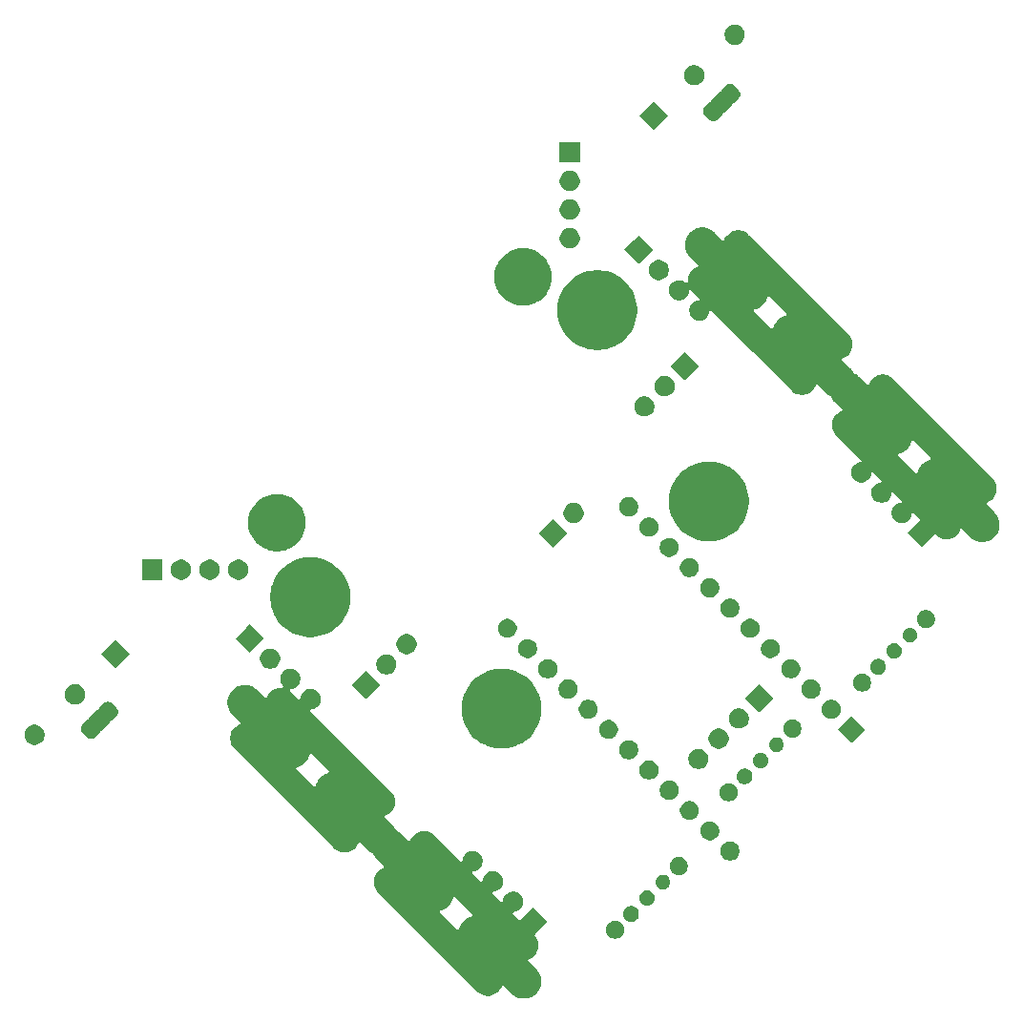
<source format=gbr>
G04 #@! TF.GenerationSoftware,KiCad,Pcbnew,9.0.2*
G04 #@! TF.CreationDate,2025-09-26T15:09:02-04:00*
G04 #@! TF.ProjectId,Trackball,54726163-6b62-4616-9c6c-2e6b69636164,rev?*
G04 #@! TF.SameCoordinates,Original*
G04 #@! TF.FileFunction,Soldermask,Bot*
G04 #@! TF.FilePolarity,Negative*
%FSLAX46Y46*%
G04 Gerber Fmt 4.6, Leading zero omitted, Abs format (unit mm)*
G04 Created by KiCad (PCBNEW 9.0.2) date 2025-09-26 15:09:02*
%MOMM*%
%LPD*%
G01*
G04 APERTURE LIST*
G04 APERTURE END LIST*
G36*
X115547204Y-82234215D02*
G01*
X115710386Y-82301807D01*
X115857246Y-82399936D01*
X115982140Y-82524830D01*
X116080269Y-82671690D01*
X116147861Y-82834872D01*
X116182319Y-83008105D01*
X116182319Y-83184731D01*
X116147861Y-83357964D01*
X116080269Y-83521146D01*
X115982140Y-83668006D01*
X115857246Y-83792900D01*
X115710386Y-83891029D01*
X115547204Y-83958621D01*
X115373971Y-83993079D01*
X115370891Y-83993079D01*
X115296617Y-84007853D01*
X115255033Y-84155301D01*
X115278568Y-84177056D01*
X115279234Y-84177540D01*
X115354248Y-84246882D01*
X115355975Y-84248609D01*
X116027795Y-84920428D01*
X116171185Y-84876931D01*
X116185049Y-84807231D01*
X116185049Y-84804157D01*
X116219507Y-84630924D01*
X116287099Y-84467742D01*
X116385228Y-84320882D01*
X116510122Y-84195988D01*
X116656982Y-84097859D01*
X116820164Y-84030267D01*
X116993397Y-83995809D01*
X117170023Y-83995809D01*
X117343256Y-84030267D01*
X117506438Y-84097859D01*
X117653298Y-84195988D01*
X117778192Y-84320882D01*
X117876321Y-84467742D01*
X117943913Y-84630924D01*
X117978371Y-84804157D01*
X117978371Y-84980783D01*
X117943913Y-85154016D01*
X117876321Y-85317198D01*
X117778192Y-85464058D01*
X117653298Y-85588952D01*
X117506438Y-85687081D01*
X117343256Y-85754673D01*
X117170023Y-85789131D01*
X117166937Y-85789131D01*
X117097248Y-85802993D01*
X117053751Y-85946384D01*
X120638524Y-89531158D01*
X124193082Y-93085716D01*
X124262424Y-93160730D01*
X124382420Y-93325891D01*
X124475103Y-93507791D01*
X124538190Y-93701950D01*
X124570125Y-93903587D01*
X124570125Y-94107737D01*
X124538190Y-94309374D01*
X124475103Y-94503533D01*
X124382420Y-94685433D01*
X124262424Y-94850594D01*
X124118068Y-94994950D01*
X123952907Y-95114946D01*
X123771007Y-95207629D01*
X123683331Y-95236117D01*
X123650753Y-95371813D01*
X124369859Y-96090919D01*
X124376912Y-96098549D01*
X124437789Y-96163546D01*
X124441670Y-96168604D01*
X124452526Y-96180348D01*
X124485383Y-96225573D01*
X124562522Y-96326102D01*
X124578389Y-96353584D01*
X124595581Y-96377247D01*
X124622095Y-96429285D01*
X124656221Y-96488391D01*
X124679493Y-96511664D01*
X124738601Y-96545790D01*
X124790639Y-96572305D01*
X124814299Y-96589495D01*
X124841783Y-96605363D01*
X124942318Y-96682506D01*
X124987538Y-96715360D01*
X124999279Y-96726213D01*
X125004339Y-96730096D01*
X125069341Y-96790978D01*
X125076967Y-96798027D01*
X125796070Y-97517130D01*
X125931769Y-97484554D01*
X125960257Y-97396879D01*
X126052940Y-97214979D01*
X126172936Y-97049818D01*
X126317292Y-96905462D01*
X126482453Y-96785466D01*
X126664353Y-96692783D01*
X126858512Y-96629696D01*
X127060149Y-96597761D01*
X127264299Y-96597761D01*
X127465936Y-96629696D01*
X127660095Y-96692783D01*
X127841995Y-96785466D01*
X128007156Y-96905462D01*
X128082170Y-96974804D01*
X128083897Y-96976531D01*
X130396204Y-99288837D01*
X130539594Y-99245340D01*
X130553458Y-99175640D01*
X130553458Y-99172566D01*
X130587916Y-98999333D01*
X130655508Y-98836151D01*
X130753637Y-98689291D01*
X130878531Y-98564397D01*
X131025391Y-98466268D01*
X131188573Y-98398676D01*
X131361806Y-98364218D01*
X131538432Y-98364218D01*
X131711665Y-98398676D01*
X131874847Y-98466268D01*
X132021707Y-98564397D01*
X132146601Y-98689291D01*
X132244730Y-98836151D01*
X132312322Y-98999333D01*
X132346780Y-99172566D01*
X132346780Y-99349192D01*
X132312322Y-99522425D01*
X132244730Y-99685607D01*
X132146601Y-99832467D01*
X132021707Y-99957361D01*
X131874847Y-100055490D01*
X131711665Y-100123082D01*
X131538432Y-100157540D01*
X131535346Y-100157540D01*
X131465657Y-100171402D01*
X131422160Y-100314793D01*
X132192256Y-101084889D01*
X132335646Y-101041392D01*
X132349510Y-100971692D01*
X132349510Y-100968618D01*
X132383968Y-100795385D01*
X132451560Y-100632203D01*
X132549689Y-100485343D01*
X132674583Y-100360449D01*
X132821443Y-100262320D01*
X132984625Y-100194728D01*
X133157858Y-100160270D01*
X133334484Y-100160270D01*
X133507717Y-100194728D01*
X133670899Y-100262320D01*
X133817759Y-100360449D01*
X133942653Y-100485343D01*
X134040782Y-100632203D01*
X134108374Y-100795385D01*
X134142832Y-100968618D01*
X134142832Y-101145244D01*
X134108374Y-101318477D01*
X134040782Y-101481659D01*
X133942653Y-101628519D01*
X133817759Y-101753413D01*
X133670899Y-101851542D01*
X133507717Y-101919134D01*
X133334484Y-101953592D01*
X133331398Y-101953592D01*
X133261709Y-101967454D01*
X133218212Y-102110845D01*
X133988307Y-102880940D01*
X134131697Y-102837443D01*
X134145561Y-102767743D01*
X134145561Y-102764669D01*
X134180019Y-102591436D01*
X134247611Y-102428254D01*
X134345740Y-102281394D01*
X134470634Y-102156500D01*
X134617494Y-102058371D01*
X134780676Y-101990779D01*
X134953909Y-101956321D01*
X135130535Y-101956321D01*
X135303768Y-101990779D01*
X135466950Y-102058371D01*
X135613810Y-102156500D01*
X135738704Y-102281394D01*
X135836833Y-102428254D01*
X135904425Y-102591436D01*
X135938883Y-102764669D01*
X135938883Y-102941295D01*
X135904425Y-103114528D01*
X135836833Y-103277710D01*
X135738704Y-103424570D01*
X135613810Y-103549464D01*
X135466950Y-103647593D01*
X135303768Y-103715185D01*
X135130535Y-103749643D01*
X135127449Y-103749643D01*
X135057760Y-103763505D01*
X135014263Y-103906896D01*
X135608457Y-104501090D01*
X135712009Y-104501090D01*
X136793506Y-103419593D01*
X136793509Y-103419590D01*
X136802211Y-103410889D01*
X136818756Y-103399833D01*
X136838273Y-103395952D01*
X136857790Y-103399833D01*
X136874335Y-103410889D01*
X138076417Y-104612971D01*
X138087473Y-104629516D01*
X138091354Y-104649033D01*
X138087473Y-104668550D01*
X138076417Y-104685095D01*
X136983512Y-105777999D01*
X136976277Y-105869944D01*
X136988118Y-105886242D01*
X136990346Y-105888652D01*
X137110342Y-106053813D01*
X137203025Y-106235713D01*
X137266112Y-106429872D01*
X137298047Y-106631509D01*
X137298047Y-106835659D01*
X137266112Y-107037296D01*
X137203025Y-107231455D01*
X137110342Y-107413355D01*
X136990346Y-107578516D01*
X136845990Y-107722872D01*
X136680829Y-107842868D01*
X136498929Y-107935551D01*
X136411253Y-107964039D01*
X136378675Y-108099735D01*
X137097781Y-108818841D01*
X137104834Y-108826471D01*
X137165711Y-108891468D01*
X137169592Y-108896526D01*
X137180448Y-108908270D01*
X137213305Y-108953495D01*
X137290444Y-109054024D01*
X137306310Y-109081506D01*
X137323503Y-109105169D01*
X137350020Y-109157211D01*
X137391867Y-109229692D01*
X137413233Y-109281275D01*
X137433995Y-109322022D01*
X137448126Y-109365514D01*
X137469492Y-109417095D01*
X137491152Y-109497933D01*
X137509204Y-109553490D01*
X137513779Y-109582380D01*
X137521992Y-109613029D01*
X137538532Y-109738663D01*
X137547277Y-109793874D01*
X137547277Y-109805082D01*
X137548470Y-109814144D01*
X137548470Y-110016983D01*
X137547277Y-110026044D01*
X137547277Y-110037254D01*
X137538531Y-110092469D01*
X137521992Y-110218098D01*
X137513780Y-110248745D01*
X137509204Y-110277638D01*
X137491150Y-110333199D01*
X137469492Y-110414032D01*
X137448128Y-110465608D01*
X137433995Y-110509106D01*
X137413231Y-110549857D01*
X137391867Y-110601435D01*
X137350024Y-110673907D01*
X137323503Y-110725959D01*
X137306308Y-110749625D01*
X137290444Y-110777103D01*
X137213319Y-110877614D01*
X137180448Y-110922858D01*
X137172517Y-110930788D01*
X137166961Y-110938030D01*
X137023524Y-111081467D01*
X137016282Y-111087023D01*
X137008352Y-111094954D01*
X136963108Y-111127825D01*
X136862597Y-111204950D01*
X136835119Y-111220814D01*
X136811453Y-111238009D01*
X136759401Y-111264530D01*
X136686929Y-111306373D01*
X136635351Y-111327737D01*
X136594600Y-111348501D01*
X136551102Y-111362634D01*
X136499526Y-111383998D01*
X136418693Y-111405656D01*
X136363132Y-111423710D01*
X136334239Y-111428286D01*
X136303592Y-111436498D01*
X136177960Y-111453038D01*
X136122748Y-111461783D01*
X136111539Y-111461783D01*
X136102478Y-111462976D01*
X135899638Y-111462976D01*
X135890577Y-111461783D01*
X135879368Y-111461783D01*
X135824157Y-111453038D01*
X135698523Y-111436498D01*
X135667874Y-111428285D01*
X135638984Y-111423710D01*
X135583427Y-111405658D01*
X135502589Y-111383998D01*
X135451008Y-111362632D01*
X135407516Y-111348501D01*
X135366769Y-111327739D01*
X135315186Y-111306373D01*
X135242705Y-111264526D01*
X135190663Y-111238009D01*
X135167000Y-111220816D01*
X135139518Y-111204950D01*
X135038989Y-111127811D01*
X134993764Y-111094954D01*
X134982020Y-111084098D01*
X134976962Y-111080217D01*
X134911965Y-111019340D01*
X134904335Y-111012287D01*
X134185229Y-110293181D01*
X134049533Y-110325759D01*
X134021045Y-110413435D01*
X133928362Y-110595335D01*
X133808366Y-110760496D01*
X133664010Y-110904852D01*
X133498849Y-111024848D01*
X133316949Y-111117531D01*
X133122790Y-111180618D01*
X132921153Y-111212553D01*
X132717003Y-111212553D01*
X132515366Y-111180618D01*
X132321207Y-111117531D01*
X132139307Y-111024848D01*
X131974146Y-110904852D01*
X131899132Y-110835510D01*
X124850145Y-103786523D01*
X128529929Y-103786523D01*
X130109284Y-105365877D01*
X130247418Y-105328863D01*
X130250272Y-105310850D01*
X130268318Y-105255307D01*
X130289983Y-105174455D01*
X130311352Y-105122863D01*
X130325481Y-105079382D01*
X130346237Y-105038645D01*
X130367608Y-104987052D01*
X130409463Y-104914556D01*
X130435973Y-104862529D01*
X130453160Y-104838872D01*
X130469031Y-104811384D01*
X130546188Y-104710830D01*
X130579028Y-104665630D01*
X130586950Y-104657707D01*
X130592514Y-104650457D01*
X130735951Y-104507020D01*
X130743201Y-104501456D01*
X130751124Y-104493534D01*
X130796324Y-104460694D01*
X130896878Y-104383537D01*
X130924366Y-104367666D01*
X130948023Y-104350479D01*
X131000050Y-104323969D01*
X131072546Y-104282114D01*
X131124139Y-104260743D01*
X131164876Y-104239987D01*
X131208357Y-104225858D01*
X131259949Y-104204489D01*
X131340801Y-104182824D01*
X131396344Y-104164778D01*
X131414357Y-104161924D01*
X131451371Y-104023790D01*
X129872017Y-102444435D01*
X129733883Y-102481449D01*
X129731030Y-102499464D01*
X129712971Y-102555040D01*
X129691319Y-102635856D01*
X129669953Y-102687435D01*
X129655821Y-102730932D01*
X129635057Y-102771682D01*
X129613693Y-102823261D01*
X129571850Y-102895733D01*
X129545329Y-102947785D01*
X129528134Y-102971451D01*
X129512270Y-102998929D01*
X129435145Y-103099440D01*
X129402274Y-103144684D01*
X129394343Y-103152614D01*
X129388787Y-103159856D01*
X129245350Y-103303293D01*
X129238108Y-103308849D01*
X129230178Y-103316780D01*
X129184934Y-103349651D01*
X129084423Y-103426776D01*
X129056945Y-103442640D01*
X129033279Y-103459835D01*
X128981227Y-103486356D01*
X128908755Y-103528199D01*
X128857176Y-103549563D01*
X128816426Y-103570327D01*
X128772929Y-103584459D01*
X128721350Y-103605825D01*
X128640534Y-103627477D01*
X128584958Y-103645536D01*
X128566943Y-103648389D01*
X128529929Y-103786523D01*
X124850145Y-103786523D01*
X123060298Y-101996676D01*
X122990956Y-101921662D01*
X122870960Y-101756501D01*
X122778277Y-101574601D01*
X122715190Y-101380442D01*
X122683255Y-101178805D01*
X122683255Y-100974655D01*
X122715190Y-100773018D01*
X122778277Y-100578859D01*
X122870960Y-100396959D01*
X122990956Y-100231798D01*
X123135312Y-100087442D01*
X123300473Y-99967446D01*
X123482373Y-99874763D01*
X123570048Y-99846275D01*
X123602624Y-99710576D01*
X122883521Y-98991473D01*
X122876472Y-98983847D01*
X122815590Y-98918845D01*
X122811707Y-98913785D01*
X122800854Y-98902044D01*
X122768000Y-98856824D01*
X122690857Y-98756289D01*
X122674989Y-98728805D01*
X122657799Y-98705145D01*
X122631284Y-98653107D01*
X122597158Y-98593999D01*
X122573885Y-98570727D01*
X122514779Y-98536601D01*
X122462741Y-98510087D01*
X122439078Y-98492895D01*
X122411596Y-98477028D01*
X122311067Y-98399889D01*
X122265842Y-98367032D01*
X122254098Y-98356176D01*
X122249040Y-98352295D01*
X122184043Y-98291418D01*
X122176413Y-98284365D01*
X121457307Y-97565259D01*
X121321611Y-97597837D01*
X121293123Y-97685513D01*
X121200440Y-97867413D01*
X121080444Y-98032574D01*
X120936088Y-98176930D01*
X120770927Y-98296926D01*
X120589027Y-98389609D01*
X120394868Y-98452696D01*
X120193231Y-98484631D01*
X119989081Y-98484631D01*
X119787444Y-98452696D01*
X119593285Y-98389609D01*
X119411385Y-98296926D01*
X119246224Y-98176930D01*
X119171210Y-98107588D01*
X112122223Y-91058601D01*
X115802007Y-91058601D01*
X117381362Y-92637955D01*
X117519496Y-92600941D01*
X117522350Y-92582928D01*
X117540396Y-92527385D01*
X117562061Y-92446533D01*
X117583430Y-92394941D01*
X117597559Y-92351460D01*
X117618315Y-92310723D01*
X117639686Y-92259130D01*
X117681541Y-92186634D01*
X117708051Y-92134607D01*
X117725238Y-92110950D01*
X117741109Y-92083462D01*
X117818266Y-91982908D01*
X117851106Y-91937708D01*
X117859028Y-91929785D01*
X117864592Y-91922535D01*
X118008029Y-91779098D01*
X118015279Y-91773534D01*
X118023202Y-91765612D01*
X118068402Y-91732772D01*
X118168956Y-91655615D01*
X118196444Y-91639744D01*
X118220101Y-91622557D01*
X118272128Y-91596047D01*
X118344624Y-91554192D01*
X118396217Y-91532821D01*
X118436954Y-91512065D01*
X118480435Y-91497936D01*
X118532027Y-91476567D01*
X118612879Y-91454902D01*
X118668422Y-91436856D01*
X118686435Y-91434002D01*
X118723449Y-91295868D01*
X117144095Y-89716513D01*
X117005961Y-89753527D01*
X117003108Y-89771542D01*
X116985049Y-89827118D01*
X116963397Y-89907934D01*
X116942031Y-89959513D01*
X116927899Y-90003010D01*
X116907135Y-90043760D01*
X116885771Y-90095339D01*
X116843928Y-90167811D01*
X116817407Y-90219863D01*
X116800212Y-90243529D01*
X116784348Y-90271007D01*
X116707223Y-90371518D01*
X116674352Y-90416762D01*
X116666421Y-90424692D01*
X116660865Y-90431934D01*
X116517428Y-90575371D01*
X116510186Y-90580927D01*
X116502256Y-90588858D01*
X116457012Y-90621729D01*
X116356501Y-90698854D01*
X116329023Y-90714718D01*
X116305357Y-90731913D01*
X116253305Y-90758434D01*
X116180833Y-90800277D01*
X116129254Y-90821641D01*
X116088504Y-90842405D01*
X116045007Y-90856537D01*
X115993428Y-90877903D01*
X115912612Y-90899555D01*
X115857036Y-90917614D01*
X115839021Y-90920467D01*
X115802007Y-91058601D01*
X112122223Y-91058601D01*
X110332376Y-89268754D01*
X110263034Y-89193740D01*
X110143038Y-89028579D01*
X110050355Y-88846679D01*
X109987268Y-88652520D01*
X109955333Y-88450883D01*
X109955333Y-88246733D01*
X109987268Y-88045096D01*
X110050355Y-87850937D01*
X110143038Y-87669037D01*
X110263034Y-87503876D01*
X110407390Y-87359520D01*
X110572551Y-87239524D01*
X110754451Y-87146841D01*
X110842126Y-87118353D01*
X110874702Y-86982654D01*
X110155599Y-86263551D01*
X110148550Y-86255925D01*
X110087668Y-86190923D01*
X110083785Y-86185863D01*
X110072932Y-86174122D01*
X110040078Y-86128902D01*
X109962935Y-86028367D01*
X109947066Y-86000883D01*
X109929877Y-85977223D01*
X109903363Y-85925186D01*
X109861512Y-85852699D01*
X109840143Y-85801110D01*
X109819385Y-85760370D01*
X109805255Y-85716883D01*
X109783887Y-85665296D01*
X109762223Y-85584445D01*
X109744176Y-85528902D01*
X109739601Y-85500018D01*
X109731387Y-85469362D01*
X109714846Y-85343719D01*
X109706103Y-85288518D01*
X109706103Y-85277308D01*
X109704910Y-85268247D01*
X109704910Y-85065408D01*
X109706103Y-85056346D01*
X109706103Y-85045138D01*
X109714845Y-84989941D01*
X109731387Y-84864293D01*
X109739601Y-84833635D01*
X109744176Y-84804754D01*
X109762221Y-84749214D01*
X109783887Y-84668359D01*
X109805256Y-84616767D01*
X109819385Y-84573286D01*
X109840141Y-84532549D01*
X109861512Y-84480956D01*
X109903367Y-84408460D01*
X109929877Y-84356433D01*
X109947064Y-84332776D01*
X109962935Y-84305288D01*
X110040092Y-84204734D01*
X110072932Y-84159534D01*
X110080854Y-84151611D01*
X110086418Y-84144361D01*
X110229855Y-84000924D01*
X110237105Y-83995360D01*
X110245028Y-83987438D01*
X110290228Y-83954598D01*
X110390782Y-83877441D01*
X110418270Y-83861570D01*
X110441927Y-83844383D01*
X110493954Y-83817873D01*
X110566450Y-83776018D01*
X110618043Y-83754647D01*
X110658780Y-83733891D01*
X110702261Y-83719762D01*
X110753853Y-83698393D01*
X110834708Y-83676727D01*
X110890248Y-83658682D01*
X110919129Y-83654107D01*
X110949787Y-83645893D01*
X111075435Y-83629351D01*
X111130632Y-83620609D01*
X111141840Y-83620609D01*
X111150902Y-83619416D01*
X111353742Y-83619416D01*
X111362804Y-83620609D01*
X111374012Y-83620609D01*
X111429210Y-83629351D01*
X111554856Y-83645893D01*
X111585512Y-83654107D01*
X111614396Y-83658682D01*
X111669939Y-83676729D01*
X111750790Y-83698393D01*
X111802377Y-83719761D01*
X111845864Y-83733891D01*
X111886604Y-83754649D01*
X111938193Y-83776018D01*
X112010680Y-83817869D01*
X112062717Y-83844383D01*
X112086377Y-83861572D01*
X112113861Y-83877441D01*
X112214396Y-83954584D01*
X112259616Y-83987438D01*
X112271357Y-83998291D01*
X112276417Y-84002174D01*
X112341419Y-84063056D01*
X112349045Y-84070105D01*
X113068148Y-84789208D01*
X113203847Y-84756632D01*
X113232335Y-84668957D01*
X113325018Y-84487057D01*
X113445014Y-84321896D01*
X113589370Y-84177540D01*
X113754531Y-84057544D01*
X113936431Y-83964861D01*
X114130590Y-83901774D01*
X114332227Y-83869839D01*
X114536377Y-83869839D01*
X114538808Y-83870224D01*
X114566081Y-83870224D01*
X114636717Y-83738074D01*
X114591355Y-83670185D01*
X114589176Y-83668006D01*
X114491047Y-83521146D01*
X114423455Y-83357964D01*
X114388997Y-83184731D01*
X114388997Y-83008105D01*
X114423455Y-82834872D01*
X114491047Y-82671690D01*
X114589176Y-82524830D01*
X114714070Y-82399936D01*
X114860930Y-82301807D01*
X115024112Y-82234215D01*
X115197345Y-82199757D01*
X115373971Y-82199757D01*
X115547204Y-82234215D01*
G37*
G36*
X144329949Y-104588217D02*
G01*
X144475020Y-104648307D01*
X144605580Y-104735545D01*
X144716612Y-104846577D01*
X144803850Y-104977137D01*
X144863940Y-105122208D01*
X144894574Y-105276214D01*
X144894574Y-105433238D01*
X144863940Y-105587244D01*
X144803850Y-105732315D01*
X144716612Y-105862875D01*
X144605580Y-105973907D01*
X144475020Y-106061145D01*
X144329949Y-106121235D01*
X144175943Y-106151869D01*
X144018919Y-106151869D01*
X143864913Y-106121235D01*
X143719842Y-106061145D01*
X143589282Y-105973907D01*
X143478250Y-105862875D01*
X143391012Y-105732315D01*
X143330922Y-105587244D01*
X143300288Y-105433238D01*
X143300288Y-105276214D01*
X143330922Y-105122208D01*
X143391012Y-104977137D01*
X143478250Y-104846577D01*
X143589282Y-104735545D01*
X143719842Y-104648307D01*
X143864913Y-104588217D01*
X144018919Y-104557583D01*
X144175943Y-104557583D01*
X144329949Y-104588217D01*
G37*
G36*
X145715135Y-103269697D02*
G01*
X145842094Y-103322285D01*
X145956355Y-103398632D01*
X146053525Y-103495802D01*
X146129872Y-103610063D01*
X146182460Y-103737022D01*
X146209269Y-103871802D01*
X146209269Y-104009222D01*
X146182460Y-104144002D01*
X146129872Y-104270961D01*
X146053525Y-104385222D01*
X145956355Y-104482392D01*
X145842094Y-104558739D01*
X145715135Y-104611327D01*
X145580355Y-104638136D01*
X145442935Y-104638136D01*
X145308155Y-104611327D01*
X145181196Y-104558739D01*
X145066935Y-104482392D01*
X144969765Y-104385222D01*
X144893418Y-104270961D01*
X144840830Y-104144002D01*
X144814021Y-104009222D01*
X144814021Y-103871802D01*
X144840830Y-103737022D01*
X144893418Y-103610063D01*
X144969765Y-103495802D01*
X145066935Y-103398632D01*
X145181196Y-103322285D01*
X145308155Y-103269697D01*
X145442935Y-103242888D01*
X145580355Y-103242888D01*
X145715135Y-103269697D01*
G37*
G36*
X147129349Y-101855483D02*
G01*
X147256308Y-101908071D01*
X147370569Y-101984418D01*
X147467739Y-102081588D01*
X147544086Y-102195849D01*
X147596674Y-102322808D01*
X147623483Y-102457588D01*
X147623483Y-102595008D01*
X147596674Y-102729788D01*
X147544086Y-102856747D01*
X147467739Y-102971008D01*
X147370569Y-103068178D01*
X147256308Y-103144525D01*
X147129349Y-103197113D01*
X146994569Y-103223922D01*
X146857149Y-103223922D01*
X146722369Y-103197113D01*
X146595410Y-103144525D01*
X146481149Y-103068178D01*
X146383979Y-102971008D01*
X146307632Y-102856747D01*
X146255044Y-102729788D01*
X146228235Y-102595008D01*
X146228235Y-102457588D01*
X146255044Y-102322808D01*
X146307632Y-102195849D01*
X146383979Y-102081588D01*
X146481149Y-101984418D01*
X146595410Y-101908071D01*
X146722369Y-101855483D01*
X146857149Y-101828674D01*
X146994569Y-101828674D01*
X147129349Y-101855483D01*
G37*
G36*
X148529047Y-100489117D02*
G01*
X148646951Y-100537954D01*
X148753062Y-100608855D01*
X148843302Y-100699095D01*
X148914203Y-100805206D01*
X148963040Y-100923110D01*
X148987937Y-101048276D01*
X148987937Y-101175894D01*
X148963040Y-101301060D01*
X148914203Y-101418964D01*
X148843302Y-101525075D01*
X148753062Y-101615315D01*
X148646951Y-101686216D01*
X148529047Y-101735053D01*
X148403881Y-101759950D01*
X148276263Y-101759950D01*
X148151097Y-101735053D01*
X148033193Y-101686216D01*
X147927082Y-101615315D01*
X147836842Y-101525075D01*
X147765941Y-101418964D01*
X147717104Y-101301060D01*
X147692207Y-101175894D01*
X147692207Y-101048276D01*
X147717104Y-100923110D01*
X147765941Y-100805206D01*
X147836842Y-100699095D01*
X147927082Y-100608855D01*
X148033193Y-100537954D01*
X148151097Y-100489117D01*
X148276263Y-100464220D01*
X148403881Y-100464220D01*
X148529047Y-100489117D01*
G37*
G36*
X149986804Y-98931362D02*
G01*
X150131875Y-98991452D01*
X150262435Y-99078690D01*
X150373467Y-99189722D01*
X150460705Y-99320282D01*
X150520795Y-99465353D01*
X150551429Y-99619359D01*
X150551429Y-99776383D01*
X150520795Y-99930389D01*
X150460705Y-100075460D01*
X150373467Y-100206020D01*
X150262435Y-100317052D01*
X150131875Y-100404290D01*
X149986804Y-100464380D01*
X149832798Y-100495014D01*
X149675774Y-100495014D01*
X149521768Y-100464380D01*
X149376697Y-100404290D01*
X149246137Y-100317052D01*
X149135105Y-100206020D01*
X149047867Y-100075460D01*
X148987777Y-99930389D01*
X148957143Y-99776383D01*
X148957143Y-99619359D01*
X148987777Y-99465353D01*
X149047867Y-99320282D01*
X149135105Y-99189722D01*
X149246137Y-99078690D01*
X149376697Y-98991452D01*
X149521768Y-98931362D01*
X149675774Y-98900728D01*
X149832798Y-98900728D01*
X149986804Y-98931362D01*
G37*
G36*
X154533872Y-97547083D02*
G01*
X154687999Y-97610924D01*
X154826709Y-97703607D01*
X154944672Y-97821570D01*
X155037355Y-97960280D01*
X155101196Y-98114407D01*
X155133742Y-98278026D01*
X155133742Y-98444852D01*
X155101196Y-98608471D01*
X155037355Y-98762598D01*
X154944672Y-98901308D01*
X154826709Y-99019271D01*
X154687999Y-99111954D01*
X154533872Y-99175795D01*
X154370253Y-99208341D01*
X154203427Y-99208341D01*
X154039808Y-99175795D01*
X153885681Y-99111954D01*
X153746971Y-99019271D01*
X153629008Y-98901308D01*
X153536325Y-98762598D01*
X153472484Y-98608471D01*
X153439938Y-98444852D01*
X153439938Y-98278026D01*
X153472484Y-98114407D01*
X153536325Y-97960280D01*
X153629008Y-97821570D01*
X153746971Y-97703607D01*
X153885681Y-97610924D01*
X154039808Y-97547083D01*
X154203427Y-97514537D01*
X154370253Y-97514537D01*
X154533872Y-97547083D01*
G37*
G36*
X152737821Y-95751032D02*
G01*
X152891948Y-95814873D01*
X153030658Y-95907556D01*
X153148621Y-96025519D01*
X153241304Y-96164229D01*
X153305145Y-96318356D01*
X153337691Y-96481975D01*
X153337691Y-96648801D01*
X153305145Y-96812420D01*
X153241304Y-96966547D01*
X153148621Y-97105257D01*
X153030658Y-97223220D01*
X152891948Y-97315903D01*
X152737821Y-97379744D01*
X152574202Y-97412290D01*
X152407376Y-97412290D01*
X152243757Y-97379744D01*
X152089630Y-97315903D01*
X151950920Y-97223220D01*
X151832957Y-97105257D01*
X151740274Y-96966547D01*
X151676433Y-96812420D01*
X151643887Y-96648801D01*
X151643887Y-96481975D01*
X151676433Y-96318356D01*
X151740274Y-96164229D01*
X151832957Y-96025519D01*
X151950920Y-95907556D01*
X152089630Y-95814873D01*
X152243757Y-95751032D01*
X152407376Y-95718486D01*
X152574202Y-95718486D01*
X152737821Y-95751032D01*
G37*
G36*
X150941770Y-93954981D02*
G01*
X151095897Y-94018822D01*
X151234607Y-94111505D01*
X151352570Y-94229468D01*
X151445253Y-94368178D01*
X151509094Y-94522305D01*
X151541640Y-94685924D01*
X151541640Y-94852750D01*
X151509094Y-95016369D01*
X151445253Y-95170496D01*
X151352570Y-95309206D01*
X151234607Y-95427169D01*
X151095897Y-95519852D01*
X150941770Y-95583693D01*
X150778151Y-95616239D01*
X150611325Y-95616239D01*
X150447706Y-95583693D01*
X150293579Y-95519852D01*
X150154869Y-95427169D01*
X150036906Y-95309206D01*
X149944223Y-95170496D01*
X149880382Y-95016369D01*
X149847836Y-94852750D01*
X149847836Y-94685924D01*
X149880382Y-94522305D01*
X149944223Y-94368178D01*
X150036906Y-94229468D01*
X150154869Y-94111505D01*
X150293579Y-94018822D01*
X150447706Y-93954981D01*
X150611325Y-93922435D01*
X150778151Y-93922435D01*
X150941770Y-93954981D01*
G37*
G36*
X154406221Y-92390625D02*
G01*
X154551292Y-92450715D01*
X154681852Y-92537953D01*
X154792884Y-92648985D01*
X154880122Y-92779545D01*
X154940212Y-92924616D01*
X154970846Y-93078622D01*
X154970846Y-93235646D01*
X154940212Y-93389652D01*
X154880122Y-93534723D01*
X154792884Y-93665283D01*
X154681852Y-93776315D01*
X154551292Y-93863553D01*
X154406221Y-93923643D01*
X154252215Y-93954277D01*
X154095191Y-93954277D01*
X153941185Y-93923643D01*
X153796114Y-93863553D01*
X153665554Y-93776315D01*
X153554522Y-93665283D01*
X153467284Y-93534723D01*
X153407194Y-93389652D01*
X153376560Y-93235646D01*
X153376560Y-93078622D01*
X153407194Y-92924616D01*
X153467284Y-92779545D01*
X153554522Y-92648985D01*
X153665554Y-92537953D01*
X153796114Y-92450715D01*
X153941185Y-92390625D01*
X154095191Y-92359991D01*
X154252215Y-92359991D01*
X154406221Y-92390625D01*
G37*
G36*
X149145718Y-92158930D02*
G01*
X149299845Y-92222771D01*
X149438555Y-92315454D01*
X149556518Y-92433417D01*
X149649201Y-92572127D01*
X149713042Y-92726254D01*
X149745588Y-92889873D01*
X149745588Y-93056699D01*
X149713042Y-93220318D01*
X149649201Y-93374445D01*
X149556518Y-93513155D01*
X149438555Y-93631118D01*
X149299845Y-93723801D01*
X149145718Y-93787642D01*
X148982099Y-93820188D01*
X148815273Y-93820188D01*
X148651654Y-93787642D01*
X148497527Y-93723801D01*
X148358817Y-93631118D01*
X148240854Y-93513155D01*
X148148171Y-93374445D01*
X148084330Y-93220318D01*
X148051784Y-93056699D01*
X148051784Y-92889873D01*
X148084330Y-92726254D01*
X148148171Y-92572127D01*
X148240854Y-92433417D01*
X148358817Y-92315454D01*
X148497527Y-92222771D01*
X148651654Y-92158930D01*
X148815273Y-92126384D01*
X148982099Y-92126384D01*
X149145718Y-92158930D01*
G37*
G36*
X155791407Y-91072105D02*
G01*
X155918366Y-91124693D01*
X156032627Y-91201040D01*
X156129797Y-91298210D01*
X156206144Y-91412471D01*
X156258732Y-91539430D01*
X156285541Y-91674210D01*
X156285541Y-91811630D01*
X156258732Y-91946410D01*
X156206144Y-92073369D01*
X156129797Y-92187630D01*
X156032627Y-92284800D01*
X155918366Y-92361147D01*
X155791407Y-92413735D01*
X155656627Y-92440544D01*
X155519207Y-92440544D01*
X155384427Y-92413735D01*
X155257468Y-92361147D01*
X155143207Y-92284800D01*
X155046037Y-92187630D01*
X154969690Y-92073369D01*
X154917102Y-91946410D01*
X154890293Y-91811630D01*
X154890293Y-91674210D01*
X154917102Y-91539430D01*
X154969690Y-91412471D01*
X155046037Y-91298210D01*
X155143207Y-91201040D01*
X155257468Y-91124693D01*
X155384427Y-91072105D01*
X155519207Y-91045296D01*
X155656627Y-91045296D01*
X155791407Y-91072105D01*
G37*
G36*
X147349667Y-90362879D02*
G01*
X147503794Y-90426720D01*
X147642504Y-90519403D01*
X147760467Y-90637366D01*
X147853150Y-90776076D01*
X147916991Y-90930203D01*
X147949537Y-91093822D01*
X147949537Y-91260648D01*
X147916991Y-91424267D01*
X147853150Y-91578394D01*
X147760467Y-91717104D01*
X147642504Y-91835067D01*
X147503794Y-91927750D01*
X147349667Y-91991591D01*
X147186048Y-92024137D01*
X147019222Y-92024137D01*
X146855603Y-91991591D01*
X146701476Y-91927750D01*
X146562766Y-91835067D01*
X146444803Y-91717104D01*
X146352120Y-91578394D01*
X146288279Y-91424267D01*
X146255733Y-91260648D01*
X146255733Y-91093822D01*
X146288279Y-90930203D01*
X146352120Y-90776076D01*
X146444803Y-90637366D01*
X146562766Y-90519403D01*
X146701476Y-90426720D01*
X146855603Y-90362879D01*
X147019222Y-90330333D01*
X147186048Y-90330333D01*
X147349667Y-90362879D01*
G37*
G36*
X151741879Y-89332861D02*
G01*
X151905061Y-89400453D01*
X152051921Y-89498582D01*
X152176815Y-89623476D01*
X152274944Y-89770336D01*
X152342536Y-89933518D01*
X152376994Y-90106751D01*
X152376994Y-90283377D01*
X152342536Y-90456610D01*
X152274944Y-90619792D01*
X152176815Y-90766652D01*
X152051921Y-90891546D01*
X151905061Y-90989675D01*
X151741879Y-91057267D01*
X151568646Y-91091725D01*
X151392020Y-91091725D01*
X151218787Y-91057267D01*
X151055605Y-90989675D01*
X150908745Y-90891546D01*
X150783851Y-90766652D01*
X150685722Y-90619792D01*
X150618130Y-90456610D01*
X150583672Y-90283377D01*
X150583672Y-90106751D01*
X150618130Y-89933518D01*
X150685722Y-89770336D01*
X150783851Y-89623476D01*
X150908745Y-89498582D01*
X151055605Y-89400453D01*
X151218787Y-89332861D01*
X151392020Y-89298403D01*
X151568646Y-89298403D01*
X151741879Y-89332861D01*
G37*
G36*
X157205621Y-89657891D02*
G01*
X157332580Y-89710479D01*
X157446841Y-89786826D01*
X157544011Y-89883996D01*
X157620358Y-89998257D01*
X157672946Y-90125216D01*
X157699755Y-90259996D01*
X157699755Y-90397416D01*
X157672946Y-90532196D01*
X157620358Y-90659155D01*
X157544011Y-90773416D01*
X157446841Y-90870586D01*
X157332580Y-90946933D01*
X157205621Y-90999521D01*
X157070841Y-91026330D01*
X156933421Y-91026330D01*
X156798641Y-90999521D01*
X156671682Y-90946933D01*
X156557421Y-90870586D01*
X156460251Y-90773416D01*
X156383904Y-90659155D01*
X156331316Y-90532196D01*
X156304507Y-90397416D01*
X156304507Y-90259996D01*
X156331316Y-90125216D01*
X156383904Y-89998257D01*
X156460251Y-89883996D01*
X156557421Y-89786826D01*
X156671682Y-89710479D01*
X156798641Y-89657891D01*
X156933421Y-89631082D01*
X157070841Y-89631082D01*
X157205621Y-89657891D01*
G37*
G36*
X145553616Y-88566827D02*
G01*
X145707743Y-88630668D01*
X145846453Y-88723351D01*
X145964416Y-88841314D01*
X146057099Y-88980024D01*
X146120940Y-89134151D01*
X146153486Y-89297770D01*
X146153486Y-89464596D01*
X146120940Y-89628215D01*
X146057099Y-89782342D01*
X145964416Y-89921052D01*
X145846453Y-90039015D01*
X145707743Y-90131698D01*
X145553616Y-90195539D01*
X145389997Y-90228085D01*
X145223171Y-90228085D01*
X145059552Y-90195539D01*
X144905425Y-90131698D01*
X144766715Y-90039015D01*
X144648752Y-89921052D01*
X144556069Y-89782342D01*
X144492228Y-89628215D01*
X144459682Y-89464596D01*
X144459682Y-89297770D01*
X144492228Y-89134151D01*
X144556069Y-88980024D01*
X144648752Y-88841314D01*
X144766715Y-88723351D01*
X144905425Y-88630668D01*
X145059552Y-88566827D01*
X145223171Y-88534281D01*
X145389997Y-88534281D01*
X145553616Y-88566827D01*
G37*
G36*
X158605319Y-88291525D02*
G01*
X158723223Y-88340362D01*
X158829334Y-88411263D01*
X158919574Y-88501503D01*
X158990475Y-88607614D01*
X159039312Y-88725518D01*
X159064209Y-88850684D01*
X159064209Y-88978302D01*
X159039312Y-89103468D01*
X158990475Y-89221372D01*
X158919574Y-89327483D01*
X158829334Y-89417723D01*
X158723223Y-89488624D01*
X158605319Y-89537461D01*
X158480153Y-89562358D01*
X158352535Y-89562358D01*
X158227369Y-89537461D01*
X158109465Y-89488624D01*
X158003354Y-89417723D01*
X157913114Y-89327483D01*
X157842213Y-89221372D01*
X157793376Y-89103468D01*
X157768479Y-88978302D01*
X157768479Y-88850684D01*
X157793376Y-88725518D01*
X157842213Y-88607614D01*
X157913114Y-88501503D01*
X158003354Y-88411263D01*
X158109465Y-88340362D01*
X158227369Y-88291525D01*
X158352535Y-88266628D01*
X158480153Y-88266628D01*
X158605319Y-88291525D01*
G37*
G36*
X153537931Y-87536809D02*
G01*
X153701113Y-87604401D01*
X153847973Y-87702530D01*
X153972867Y-87827424D01*
X154070996Y-87974284D01*
X154138588Y-88137466D01*
X154173046Y-88310699D01*
X154173046Y-88487325D01*
X154138588Y-88660558D01*
X154070996Y-88823740D01*
X153972867Y-88970600D01*
X153847973Y-89095494D01*
X153701113Y-89193623D01*
X153537931Y-89261215D01*
X153364698Y-89295673D01*
X153188072Y-89295673D01*
X153014839Y-89261215D01*
X152851657Y-89193623D01*
X152704797Y-89095494D01*
X152579903Y-88970600D01*
X152481774Y-88823740D01*
X152414182Y-88660558D01*
X152379724Y-88487325D01*
X152379724Y-88310699D01*
X152414182Y-88137466D01*
X152481774Y-87974284D01*
X152579903Y-87827424D01*
X152704797Y-87702530D01*
X152851657Y-87604401D01*
X153014839Y-87536809D01*
X153188072Y-87502351D01*
X153364698Y-87502351D01*
X153537931Y-87536809D01*
G37*
G36*
X134542200Y-82219947D02*
G01*
X134883983Y-82287932D01*
X135217456Y-82389090D01*
X135539408Y-82522447D01*
X135846739Y-82686719D01*
X136136488Y-82880323D01*
X136405866Y-83101396D01*
X136652277Y-83347807D01*
X136873350Y-83617185D01*
X137066954Y-83906934D01*
X137231226Y-84214265D01*
X137364583Y-84536217D01*
X137465741Y-84869690D01*
X137533726Y-85211473D01*
X137567883Y-85558274D01*
X137567883Y-85906752D01*
X137533726Y-86253553D01*
X137465741Y-86595336D01*
X137364583Y-86928809D01*
X137231226Y-87250761D01*
X137066954Y-87558092D01*
X136873350Y-87847841D01*
X136652277Y-88117219D01*
X136405866Y-88363630D01*
X136136488Y-88584703D01*
X135846739Y-88778307D01*
X135539408Y-88942579D01*
X135217456Y-89075936D01*
X134883983Y-89177094D01*
X134542200Y-89245079D01*
X134195399Y-89279236D01*
X133846921Y-89279236D01*
X133500120Y-89245079D01*
X133158337Y-89177094D01*
X132824864Y-89075936D01*
X132502912Y-88942579D01*
X132195581Y-88778307D01*
X131905832Y-88584703D01*
X131636454Y-88363630D01*
X131390043Y-88117219D01*
X131168970Y-87847841D01*
X130975366Y-87558092D01*
X130811094Y-87250761D01*
X130677737Y-86928809D01*
X130576579Y-86595336D01*
X130508594Y-86253553D01*
X130474437Y-85906752D01*
X130474437Y-85558274D01*
X130508594Y-85211473D01*
X130576579Y-84869690D01*
X130677737Y-84536217D01*
X130811094Y-84214265D01*
X130975366Y-83906934D01*
X131168970Y-83617185D01*
X131390043Y-83347807D01*
X131636454Y-83101396D01*
X131905832Y-82880323D01*
X132195581Y-82686719D01*
X132502912Y-82522447D01*
X132824864Y-82389090D01*
X133158337Y-82287932D01*
X133500120Y-82219947D01*
X133846921Y-82185790D01*
X134195399Y-82185790D01*
X134542200Y-82219947D01*
G37*
G36*
X92850046Y-87195123D02*
G01*
X93013391Y-87262782D01*
X93160397Y-87361009D01*
X93285416Y-87486028D01*
X93383643Y-87633034D01*
X93451302Y-87796379D01*
X93485795Y-87969785D01*
X93485795Y-88146589D01*
X93451302Y-88319995D01*
X93383643Y-88483340D01*
X93285416Y-88630346D01*
X93160397Y-88755365D01*
X93013391Y-88853592D01*
X92850046Y-88921251D01*
X92676640Y-88955744D01*
X92499836Y-88955744D01*
X92326430Y-88921251D01*
X92163085Y-88853592D01*
X92016079Y-88755365D01*
X91891060Y-88630346D01*
X91792833Y-88483340D01*
X91725174Y-88319995D01*
X91690681Y-88146589D01*
X91690681Y-87969785D01*
X91725174Y-87796379D01*
X91792833Y-87633034D01*
X91891060Y-87486028D01*
X92016079Y-87361009D01*
X92163085Y-87262782D01*
X92326430Y-87195123D01*
X92499836Y-87160630D01*
X92676640Y-87160630D01*
X92850046Y-87195123D01*
G37*
G36*
X165082664Y-86406643D02*
G01*
X165099209Y-86417699D01*
X166230580Y-87549070D01*
X166241636Y-87565615D01*
X166245517Y-87585132D01*
X166241636Y-87604649D01*
X166230580Y-87621194D01*
X165099209Y-88752565D01*
X165082664Y-88763621D01*
X165063147Y-88767502D01*
X165043630Y-88763621D01*
X165027085Y-88752565D01*
X163895714Y-87621194D01*
X163884658Y-87604649D01*
X163880777Y-87585132D01*
X163884658Y-87565615D01*
X163895714Y-87549070D01*
X164452654Y-86992130D01*
X165018380Y-86426403D01*
X165018383Y-86426400D01*
X165027085Y-86417699D01*
X165043630Y-86406643D01*
X165063147Y-86402762D01*
X165082664Y-86406643D01*
G37*
G36*
X143757565Y-86770776D02*
G01*
X143911692Y-86834617D01*
X144050402Y-86927300D01*
X144168365Y-87045263D01*
X144261048Y-87183973D01*
X144324889Y-87338100D01*
X144357435Y-87501719D01*
X144357435Y-87668545D01*
X144324889Y-87832164D01*
X144261048Y-87986291D01*
X144168365Y-88125001D01*
X144050402Y-88242964D01*
X143911692Y-88335647D01*
X143757565Y-88399488D01*
X143593946Y-88432034D01*
X143427120Y-88432034D01*
X143263501Y-88399488D01*
X143109374Y-88335647D01*
X142970664Y-88242964D01*
X142852701Y-88125001D01*
X142760018Y-87986291D01*
X142696177Y-87832164D01*
X142663631Y-87668545D01*
X142663631Y-87501719D01*
X142696177Y-87338100D01*
X142760018Y-87183973D01*
X142852701Y-87045263D01*
X142970664Y-86927300D01*
X143109374Y-86834617D01*
X143263501Y-86770776D01*
X143427120Y-86738230D01*
X143593946Y-86738230D01*
X143757565Y-86770776D01*
G37*
G36*
X99169842Y-85111986D02*
G01*
X99177751Y-85114105D01*
X99177756Y-85114106D01*
X99288008Y-85143648D01*
X99288012Y-85143649D01*
X99295921Y-85145769D01*
X99309427Y-85151364D01*
X99316518Y-85155458D01*
X99316520Y-85155459D01*
X99415369Y-85212530D01*
X99415371Y-85212531D01*
X99422466Y-85216628D01*
X99434064Y-85225527D01*
X99439857Y-85231320D01*
X99467303Y-85258765D01*
X99479202Y-85266978D01*
X99483237Y-85268650D01*
X99836790Y-85622203D01*
X99841066Y-85632528D01*
X99862864Y-85654327D01*
X99879913Y-85671376D01*
X99888812Y-85682974D01*
X99954076Y-85796013D01*
X99959671Y-85809519D01*
X99993454Y-85935598D01*
X99995362Y-85950092D01*
X99995362Y-86080618D01*
X99993454Y-86095112D01*
X99959671Y-86221190D01*
X99954076Y-86234696D01*
X99888812Y-86347735D01*
X99879913Y-86359333D01*
X99874117Y-86365128D01*
X99874117Y-86365129D01*
X99846673Y-86392573D01*
X99838460Y-86404471D01*
X99836790Y-86408506D01*
X99447881Y-86797415D01*
X99425573Y-86806655D01*
X99423830Y-86807709D01*
X99422892Y-86807765D01*
X99408283Y-86813817D01*
X99397397Y-86809308D01*
X99386159Y-86809988D01*
X99344379Y-86828790D01*
X99304057Y-86869113D01*
X99286575Y-86901820D01*
X99281281Y-86928434D01*
X99282506Y-86934594D01*
X99278625Y-86954111D01*
X99267569Y-86970656D01*
X98560462Y-87677763D01*
X98543917Y-87688819D01*
X98524400Y-87692700D01*
X98518241Y-87691475D01*
X98491626Y-87696769D01*
X98458919Y-87714251D01*
X98416765Y-87756404D01*
X98398194Y-87805371D01*
X98403623Y-87818477D01*
X98387221Y-87858075D01*
X97998312Y-88246984D01*
X97987985Y-88251260D01*
X97954935Y-88284311D01*
X97949139Y-88290107D01*
X97937541Y-88299006D01*
X97824502Y-88364270D01*
X97810996Y-88369865D01*
X97684918Y-88403648D01*
X97670424Y-88405556D01*
X97662234Y-88405556D01*
X97548093Y-88405556D01*
X97539898Y-88405556D01*
X97525404Y-88403648D01*
X97399325Y-88369865D01*
X97385819Y-88364270D01*
X97272780Y-88299006D01*
X97261182Y-88290107D01*
X97255386Y-88284311D01*
X97227941Y-88256867D01*
X97216043Y-88248654D01*
X97212009Y-88246984D01*
X96858456Y-87893431D01*
X96854178Y-87883104D01*
X96821126Y-87850051D01*
X96815333Y-87844258D01*
X96806434Y-87832660D01*
X96791378Y-87806584D01*
X96745265Y-87726714D01*
X96745264Y-87726712D01*
X96741170Y-87719621D01*
X96735575Y-87706115D01*
X96733455Y-87698206D01*
X96733454Y-87698202D01*
X96703912Y-87587950D01*
X96703911Y-87587945D01*
X96701792Y-87580036D01*
X96699884Y-87565542D01*
X96699884Y-87435016D01*
X96701792Y-87420522D01*
X96735575Y-87294444D01*
X96741170Y-87280938D01*
X96745264Y-87273846D01*
X96745267Y-87273840D01*
X96802336Y-87174995D01*
X96802340Y-87174989D01*
X96806434Y-87167899D01*
X96815333Y-87156301D01*
X96821119Y-87150514D01*
X96821129Y-87150502D01*
X96848571Y-87123061D01*
X96856785Y-87111161D01*
X96858456Y-87107128D01*
X96861684Y-87103899D01*
X96861685Y-87103898D01*
X97236633Y-86728950D01*
X97236635Y-86728948D01*
X97247365Y-86718219D01*
X97269662Y-86708983D01*
X97271416Y-86707923D01*
X97272359Y-86707865D01*
X97286963Y-86701817D01*
X97297845Y-86706324D01*
X97309089Y-86705645D01*
X97350866Y-86686842D01*
X97391188Y-86646520D01*
X97408669Y-86613815D01*
X97413963Y-86587193D01*
X97412740Y-86581040D01*
X97416621Y-86561523D01*
X97427677Y-86544978D01*
X97944288Y-86028367D01*
X98126079Y-85846575D01*
X98126082Y-85846572D01*
X98134784Y-85837871D01*
X98151329Y-85826815D01*
X98170846Y-85822934D01*
X98177000Y-85824157D01*
X98203621Y-85818863D01*
X98236326Y-85801382D01*
X98278479Y-85759230D01*
X98297050Y-85710261D01*
X98291623Y-85697157D01*
X98308025Y-85657559D01*
X98311255Y-85654328D01*
X98311256Y-85654327D01*
X98686204Y-85279379D01*
X98686206Y-85279377D01*
X98696934Y-85268650D01*
X98707259Y-85264372D01*
X98740308Y-85231323D01*
X98740320Y-85231313D01*
X98746107Y-85225527D01*
X98757705Y-85216628D01*
X98764795Y-85212534D01*
X98764801Y-85212530D01*
X98863646Y-85155461D01*
X98863652Y-85155458D01*
X98870744Y-85151364D01*
X98884250Y-85145769D01*
X99010328Y-85111986D01*
X99024822Y-85110078D01*
X99155348Y-85110078D01*
X99169842Y-85111986D01*
G37*
G36*
X160063076Y-86733770D02*
G01*
X160208147Y-86793860D01*
X160338707Y-86881098D01*
X160449739Y-86992130D01*
X160536977Y-87122690D01*
X160597067Y-87267761D01*
X160627701Y-87421767D01*
X160627701Y-87578791D01*
X160597067Y-87732797D01*
X160536977Y-87877868D01*
X160449739Y-88008428D01*
X160338707Y-88119460D01*
X160208147Y-88206698D01*
X160063076Y-88266788D01*
X159909070Y-88297422D01*
X159752046Y-88297422D01*
X159598040Y-88266788D01*
X159452969Y-88206698D01*
X159322409Y-88119460D01*
X159211377Y-88008428D01*
X159124139Y-87877868D01*
X159064049Y-87732797D01*
X159033415Y-87578791D01*
X159033415Y-87421767D01*
X159064049Y-87267761D01*
X159124139Y-87122690D01*
X159211377Y-86992130D01*
X159322409Y-86881098D01*
X159452969Y-86793860D01*
X159598040Y-86733770D01*
X159752046Y-86703136D01*
X159909070Y-86703136D01*
X160063076Y-86733770D01*
G37*
G36*
X155333982Y-85740758D02*
G01*
X155497164Y-85808350D01*
X155644024Y-85906479D01*
X155768918Y-86031373D01*
X155867047Y-86178233D01*
X155934639Y-86341415D01*
X155969097Y-86514648D01*
X155969097Y-86691274D01*
X155934639Y-86864507D01*
X155867047Y-87027689D01*
X155768918Y-87174549D01*
X155644024Y-87299443D01*
X155497164Y-87397572D01*
X155333982Y-87465164D01*
X155160749Y-87499622D01*
X154984123Y-87499622D01*
X154810890Y-87465164D01*
X154647708Y-87397572D01*
X154500848Y-87299443D01*
X154375954Y-87174549D01*
X154277825Y-87027689D01*
X154210233Y-86864507D01*
X154175775Y-86691274D01*
X154175775Y-86514648D01*
X154210233Y-86341415D01*
X154277825Y-86178233D01*
X154375954Y-86031373D01*
X154500848Y-85906479D01*
X154647708Y-85808350D01*
X154810890Y-85740758D01*
X154984123Y-85706300D01*
X155160749Y-85706300D01*
X155333982Y-85740758D01*
G37*
G36*
X141961513Y-84974725D02*
G01*
X142115640Y-85038566D01*
X142254350Y-85131249D01*
X142372313Y-85249212D01*
X142464996Y-85387922D01*
X142528837Y-85542049D01*
X142561383Y-85705668D01*
X142561383Y-85872494D01*
X142528837Y-86036113D01*
X142464996Y-86190240D01*
X142372313Y-86328950D01*
X142254350Y-86446913D01*
X142115640Y-86539596D01*
X141961513Y-86603437D01*
X141797894Y-86635983D01*
X141631068Y-86635983D01*
X141467449Y-86603437D01*
X141313322Y-86539596D01*
X141174612Y-86446913D01*
X141056649Y-86328950D01*
X140963966Y-86190240D01*
X140900125Y-86036113D01*
X140867579Y-85872494D01*
X140867579Y-85705668D01*
X140900125Y-85542049D01*
X140963966Y-85387922D01*
X141056649Y-85249212D01*
X141174612Y-85131249D01*
X141313322Y-85038566D01*
X141467449Y-84974725D01*
X141631068Y-84942179D01*
X141797894Y-84942179D01*
X141961513Y-84974725D01*
G37*
G36*
X163514128Y-84974725D02*
G01*
X163668255Y-85038566D01*
X163806965Y-85131249D01*
X163924928Y-85249212D01*
X164017611Y-85387922D01*
X164081452Y-85542049D01*
X164113998Y-85705668D01*
X164113998Y-85872494D01*
X164081452Y-86036113D01*
X164017611Y-86190240D01*
X163924928Y-86328950D01*
X163806965Y-86446913D01*
X163668255Y-86539596D01*
X163514128Y-86603437D01*
X163350509Y-86635983D01*
X163183683Y-86635983D01*
X163020064Y-86603437D01*
X162865937Y-86539596D01*
X162727227Y-86446913D01*
X162609264Y-86328950D01*
X162516581Y-86190240D01*
X162452740Y-86036113D01*
X162420194Y-85872494D01*
X162420194Y-85705668D01*
X162452740Y-85542049D01*
X162516581Y-85387922D01*
X162609264Y-85249212D01*
X162727227Y-85131249D01*
X162865937Y-85038566D01*
X163020064Y-84974725D01*
X163183683Y-84942179D01*
X163350509Y-84942179D01*
X163514128Y-84974725D01*
G37*
G36*
X156888004Y-83557710D02*
G01*
X156904549Y-83568766D01*
X158106631Y-84770848D01*
X158117687Y-84787393D01*
X158121568Y-84806910D01*
X158117687Y-84826427D01*
X158106631Y-84842972D01*
X156904549Y-86045054D01*
X156888004Y-86056110D01*
X156868487Y-86059991D01*
X156848970Y-86056110D01*
X156832425Y-86045054D01*
X155630343Y-84842972D01*
X155619287Y-84826427D01*
X155615406Y-84806910D01*
X155619287Y-84787393D01*
X155630343Y-84770848D01*
X156523750Y-83877441D01*
X156823720Y-83577470D01*
X156823723Y-83577467D01*
X156832425Y-83568766D01*
X156848970Y-83557710D01*
X156868487Y-83553829D01*
X156888004Y-83557710D01*
G37*
G36*
X96442149Y-83603020D02*
G01*
X96605494Y-83670679D01*
X96752500Y-83768906D01*
X96877519Y-83893925D01*
X96975746Y-84040931D01*
X97043405Y-84204276D01*
X97077898Y-84377682D01*
X97077898Y-84554486D01*
X97043405Y-84727892D01*
X96975746Y-84891237D01*
X96877519Y-85038243D01*
X96752500Y-85163262D01*
X96605494Y-85261489D01*
X96442149Y-85329148D01*
X96268743Y-85363641D01*
X96091939Y-85363641D01*
X95918533Y-85329148D01*
X95755188Y-85261489D01*
X95608182Y-85163262D01*
X95483163Y-85038243D01*
X95384936Y-84891237D01*
X95317277Y-84727892D01*
X95282784Y-84554486D01*
X95282784Y-84377682D01*
X95317277Y-84204276D01*
X95384936Y-84040931D01*
X95483163Y-83893925D01*
X95608182Y-83768906D01*
X95755188Y-83670679D01*
X95918533Y-83603020D01*
X96091939Y-83568527D01*
X96268743Y-83568527D01*
X96442149Y-83603020D01*
G37*
G36*
X122019861Y-82361992D02*
G01*
X122036406Y-82373048D01*
X123238488Y-83575130D01*
X123249544Y-83591675D01*
X123253425Y-83611192D01*
X123249544Y-83630709D01*
X123238488Y-83647254D01*
X122036406Y-84849336D01*
X122019861Y-84860392D01*
X122000344Y-84864273D01*
X121980827Y-84860392D01*
X121964282Y-84849336D01*
X120762200Y-83647254D01*
X120751144Y-83630709D01*
X120747263Y-83611192D01*
X120751144Y-83591675D01*
X120762200Y-83575130D01*
X121650611Y-82686719D01*
X121955577Y-82381752D01*
X121955580Y-82381749D01*
X121964282Y-82373048D01*
X121980827Y-82361992D01*
X122000344Y-82358111D01*
X122019861Y-82361992D01*
G37*
G36*
X140165462Y-83178674D02*
G01*
X140319589Y-83242515D01*
X140458299Y-83335198D01*
X140576262Y-83453161D01*
X140668945Y-83591871D01*
X140732786Y-83745998D01*
X140765332Y-83909617D01*
X140765332Y-84076443D01*
X140732786Y-84240062D01*
X140668945Y-84394189D01*
X140576262Y-84532899D01*
X140458299Y-84650862D01*
X140319589Y-84743545D01*
X140165462Y-84807386D01*
X140001843Y-84839932D01*
X139835017Y-84839932D01*
X139671398Y-84807386D01*
X139517271Y-84743545D01*
X139378561Y-84650862D01*
X139260598Y-84532899D01*
X139167915Y-84394189D01*
X139104074Y-84240062D01*
X139071528Y-84076443D01*
X139071528Y-83909617D01*
X139104074Y-83745998D01*
X139167915Y-83591871D01*
X139260598Y-83453161D01*
X139378561Y-83335198D01*
X139517271Y-83242515D01*
X139671398Y-83178674D01*
X139835017Y-83146128D01*
X140001843Y-83146128D01*
X140165462Y-83178674D01*
G37*
G36*
X161718077Y-83178674D02*
G01*
X161872204Y-83242515D01*
X162010914Y-83335198D01*
X162128877Y-83453161D01*
X162221560Y-83591871D01*
X162285401Y-83745998D01*
X162317947Y-83909617D01*
X162317947Y-84076443D01*
X162285401Y-84240062D01*
X162221560Y-84394189D01*
X162128877Y-84532899D01*
X162010914Y-84650862D01*
X161872204Y-84743545D01*
X161718077Y-84807386D01*
X161554458Y-84839932D01*
X161387632Y-84839932D01*
X161224013Y-84807386D01*
X161069886Y-84743545D01*
X160931176Y-84650862D01*
X160813213Y-84532899D01*
X160720530Y-84394189D01*
X160656689Y-84240062D01*
X160624143Y-84076443D01*
X160624143Y-83909617D01*
X160656689Y-83745998D01*
X160720530Y-83591871D01*
X160813213Y-83453161D01*
X160931176Y-83335198D01*
X161069886Y-83242515D01*
X161224013Y-83178674D01*
X161387632Y-83146128D01*
X161554458Y-83146128D01*
X161718077Y-83178674D01*
G37*
G36*
X166250259Y-82667907D02*
G01*
X166395330Y-82727997D01*
X166525890Y-82815235D01*
X166636922Y-82926267D01*
X166724160Y-83056827D01*
X166784250Y-83201898D01*
X166814884Y-83355904D01*
X166814884Y-83512928D01*
X166784250Y-83666934D01*
X166724160Y-83812005D01*
X166636922Y-83942565D01*
X166525890Y-84053597D01*
X166395330Y-84140835D01*
X166250259Y-84200925D01*
X166096253Y-84231559D01*
X165939229Y-84231559D01*
X165785223Y-84200925D01*
X165640152Y-84140835D01*
X165509592Y-84053597D01*
X165398560Y-83942565D01*
X165311322Y-83812005D01*
X165251232Y-83666934D01*
X165220598Y-83512928D01*
X165220598Y-83355904D01*
X165251232Y-83201898D01*
X165311322Y-83056827D01*
X165398560Y-82926267D01*
X165509592Y-82815235D01*
X165640152Y-82727997D01*
X165785223Y-82667907D01*
X165939229Y-82637273D01*
X166096253Y-82637273D01*
X166250259Y-82667907D01*
G37*
G36*
X138369411Y-81382622D02*
G01*
X138523538Y-81446463D01*
X138662248Y-81539146D01*
X138780211Y-81657109D01*
X138872894Y-81795819D01*
X138936735Y-81949946D01*
X138969281Y-82113565D01*
X138969281Y-82280391D01*
X138936735Y-82444010D01*
X138872894Y-82598137D01*
X138780211Y-82736847D01*
X138662248Y-82854810D01*
X138523538Y-82947493D01*
X138369411Y-83011334D01*
X138205792Y-83043880D01*
X138038966Y-83043880D01*
X137875347Y-83011334D01*
X137721220Y-82947493D01*
X137582510Y-82854810D01*
X137464547Y-82736847D01*
X137371864Y-82598137D01*
X137308023Y-82444010D01*
X137275477Y-82280391D01*
X137275477Y-82113565D01*
X137308023Y-81949946D01*
X137371864Y-81795819D01*
X137464547Y-81657109D01*
X137582510Y-81539146D01*
X137721220Y-81446463D01*
X137875347Y-81382622D01*
X138038966Y-81350076D01*
X138205792Y-81350076D01*
X138369411Y-81382622D01*
G37*
G36*
X159922026Y-81382622D02*
G01*
X160076153Y-81446463D01*
X160214863Y-81539146D01*
X160332826Y-81657109D01*
X160425509Y-81795819D01*
X160489350Y-81949946D01*
X160521896Y-82113565D01*
X160521896Y-82280391D01*
X160489350Y-82444010D01*
X160425509Y-82598137D01*
X160332826Y-82736847D01*
X160214863Y-82854810D01*
X160076153Y-82947493D01*
X159922026Y-83011334D01*
X159758407Y-83043880D01*
X159591581Y-83043880D01*
X159427962Y-83011334D01*
X159273835Y-82947493D01*
X159135125Y-82854810D01*
X159017162Y-82736847D01*
X158924479Y-82598137D01*
X158860638Y-82444010D01*
X158828092Y-82280391D01*
X158828092Y-82113565D01*
X158860638Y-81949946D01*
X158924479Y-81795819D01*
X159017162Y-81657109D01*
X159135125Y-81539146D01*
X159273835Y-81446463D01*
X159427962Y-81382622D01*
X159591581Y-81350076D01*
X159758407Y-81350076D01*
X159922026Y-81382622D01*
G37*
G36*
X167635445Y-81349387D02*
G01*
X167762404Y-81401975D01*
X167876665Y-81478322D01*
X167973835Y-81575492D01*
X168050182Y-81689753D01*
X168102770Y-81816712D01*
X168129579Y-81951492D01*
X168129579Y-82088912D01*
X168102770Y-82223692D01*
X168050182Y-82350651D01*
X167973835Y-82464912D01*
X167876665Y-82562082D01*
X167762404Y-82638429D01*
X167635445Y-82691017D01*
X167500665Y-82717826D01*
X167363245Y-82717826D01*
X167228465Y-82691017D01*
X167101506Y-82638429D01*
X166987245Y-82562082D01*
X166890075Y-82464912D01*
X166813728Y-82350651D01*
X166761140Y-82223692D01*
X166734331Y-82088912D01*
X166734331Y-81951492D01*
X166761140Y-81816712D01*
X166813728Y-81689753D01*
X166890075Y-81575492D01*
X166987245Y-81478322D01*
X167101506Y-81401975D01*
X167228465Y-81349387D01*
X167363245Y-81322578D01*
X167500665Y-81322578D01*
X167635445Y-81349387D01*
G37*
G36*
X124057941Y-80952938D02*
G01*
X124221123Y-81020530D01*
X124367983Y-81118659D01*
X124492877Y-81243553D01*
X124591006Y-81390413D01*
X124658598Y-81553595D01*
X124693056Y-81726828D01*
X124693056Y-81903454D01*
X124658598Y-82076687D01*
X124591006Y-82239869D01*
X124492877Y-82386729D01*
X124367983Y-82511623D01*
X124221123Y-82609752D01*
X124057941Y-82677344D01*
X123884708Y-82711802D01*
X123708082Y-82711802D01*
X123534849Y-82677344D01*
X123371667Y-82609752D01*
X123224807Y-82511623D01*
X123099913Y-82386729D01*
X123001784Y-82239869D01*
X122934192Y-82076687D01*
X122899734Y-81903454D01*
X122899734Y-81726828D01*
X122934192Y-81553595D01*
X123001784Y-81390413D01*
X123099913Y-81243553D01*
X123224807Y-81118659D01*
X123371667Y-81020530D01*
X123534849Y-80952938D01*
X123708082Y-80918480D01*
X123884708Y-80918480D01*
X124057941Y-80952938D01*
G37*
G36*
X113751153Y-80438164D02*
G01*
X113914335Y-80505756D01*
X114061195Y-80603885D01*
X114186089Y-80728779D01*
X114284218Y-80875639D01*
X114351810Y-81038821D01*
X114386268Y-81212054D01*
X114386268Y-81388680D01*
X114351810Y-81561913D01*
X114284218Y-81725095D01*
X114186089Y-81871955D01*
X114061195Y-81996849D01*
X113914335Y-82094978D01*
X113751153Y-82162570D01*
X113577920Y-82197028D01*
X113401294Y-82197028D01*
X113228061Y-82162570D01*
X113064879Y-82094978D01*
X112918019Y-81996849D01*
X112793125Y-81871955D01*
X112694996Y-81725095D01*
X112627404Y-81561913D01*
X112592946Y-81388680D01*
X112592946Y-81212054D01*
X112627404Y-81038821D01*
X112694996Y-80875639D01*
X112793125Y-80728779D01*
X112918019Y-80603885D01*
X113064879Y-80505756D01*
X113228061Y-80438164D01*
X113401294Y-80403706D01*
X113577920Y-80403706D01*
X113751153Y-80438164D01*
G37*
G36*
X99791960Y-79623510D02*
G01*
X99808505Y-79634565D01*
X101011860Y-80837920D01*
X101022915Y-80854465D01*
X101026797Y-80873982D01*
X101022915Y-80893499D01*
X101011860Y-80910044D01*
X99808505Y-82113399D01*
X99791960Y-82124454D01*
X99772443Y-82128336D01*
X99752926Y-82124454D01*
X99736381Y-82113399D01*
X98533026Y-80910044D01*
X98521971Y-80893499D01*
X98518089Y-80873982D01*
X98521971Y-80854465D01*
X98533026Y-80837920D01*
X99736381Y-79634565D01*
X99752926Y-79623510D01*
X99772443Y-79619628D01*
X99791960Y-79623510D01*
G37*
G36*
X169049659Y-79935173D02*
G01*
X169176618Y-79987761D01*
X169290879Y-80064108D01*
X169388049Y-80161278D01*
X169464396Y-80275539D01*
X169516984Y-80402498D01*
X169543793Y-80537278D01*
X169543793Y-80674698D01*
X169516984Y-80809478D01*
X169464396Y-80936437D01*
X169388049Y-81050698D01*
X169290879Y-81147868D01*
X169176618Y-81224215D01*
X169049659Y-81276803D01*
X168914879Y-81303612D01*
X168777459Y-81303612D01*
X168642679Y-81276803D01*
X168515720Y-81224215D01*
X168401459Y-81147868D01*
X168304289Y-81050698D01*
X168227942Y-80936437D01*
X168175354Y-80809478D01*
X168148545Y-80674698D01*
X168148545Y-80537278D01*
X168175354Y-80402498D01*
X168227942Y-80275539D01*
X168304289Y-80161278D01*
X168401459Y-80064108D01*
X168515720Y-79987761D01*
X168642679Y-79935173D01*
X168777459Y-79908364D01*
X168914879Y-79908364D01*
X169049659Y-79935173D01*
G37*
G36*
X136573360Y-79586571D02*
G01*
X136727487Y-79650412D01*
X136866197Y-79743095D01*
X136984160Y-79861058D01*
X137076843Y-79999768D01*
X137140684Y-80153895D01*
X137173230Y-80317514D01*
X137173230Y-80484340D01*
X137140684Y-80647959D01*
X137076843Y-80802086D01*
X136984160Y-80940796D01*
X136866197Y-81058759D01*
X136727487Y-81151442D01*
X136573360Y-81215283D01*
X136409741Y-81247829D01*
X136242915Y-81247829D01*
X136079296Y-81215283D01*
X135925169Y-81151442D01*
X135786459Y-81058759D01*
X135668496Y-80940796D01*
X135575813Y-80802086D01*
X135511972Y-80647959D01*
X135479426Y-80484340D01*
X135479426Y-80317514D01*
X135511972Y-80153895D01*
X135575813Y-79999768D01*
X135668496Y-79861058D01*
X135786459Y-79743095D01*
X135925169Y-79650412D01*
X136079296Y-79586571D01*
X136242915Y-79554025D01*
X136409741Y-79554025D01*
X136573360Y-79586571D01*
G37*
G36*
X158125975Y-79586571D02*
G01*
X158280102Y-79650412D01*
X158418812Y-79743095D01*
X158536775Y-79861058D01*
X158629458Y-79999768D01*
X158693299Y-80153895D01*
X158725845Y-80317514D01*
X158725845Y-80484340D01*
X158693299Y-80647959D01*
X158629458Y-80802086D01*
X158536775Y-80940796D01*
X158418812Y-81058759D01*
X158280102Y-81151442D01*
X158125975Y-81215283D01*
X157962356Y-81247829D01*
X157795530Y-81247829D01*
X157631911Y-81215283D01*
X157477784Y-81151442D01*
X157339074Y-81058759D01*
X157221111Y-80940796D01*
X157128428Y-80802086D01*
X157064587Y-80647959D01*
X157032041Y-80484340D01*
X157032041Y-80317514D01*
X157064587Y-80153895D01*
X157128428Y-79999768D01*
X157221111Y-79861058D01*
X157339074Y-79743095D01*
X157477784Y-79650412D01*
X157631911Y-79586571D01*
X157795530Y-79554025D01*
X157962356Y-79554025D01*
X158125975Y-79586571D01*
G37*
G36*
X125853992Y-79156887D02*
G01*
X126017174Y-79224479D01*
X126164034Y-79322608D01*
X126288928Y-79447502D01*
X126387057Y-79594362D01*
X126454649Y-79757544D01*
X126489107Y-79930777D01*
X126489107Y-80107403D01*
X126454649Y-80280636D01*
X126387057Y-80443818D01*
X126288928Y-80590678D01*
X126164034Y-80715572D01*
X126017174Y-80813701D01*
X125853992Y-80881293D01*
X125680759Y-80915751D01*
X125504133Y-80915751D01*
X125330900Y-80881293D01*
X125167718Y-80813701D01*
X125020858Y-80715572D01*
X124895964Y-80590678D01*
X124797835Y-80443818D01*
X124730243Y-80280636D01*
X124695785Y-80107403D01*
X124695785Y-79930777D01*
X124730243Y-79757544D01*
X124797835Y-79594362D01*
X124895964Y-79447502D01*
X125020858Y-79322608D01*
X125167718Y-79224479D01*
X125330900Y-79156887D01*
X125504133Y-79122429D01*
X125680759Y-79122429D01*
X125853992Y-79156887D01*
G37*
G36*
X111713073Y-78255116D02*
G01*
X111729618Y-78266172D01*
X112931700Y-79468254D01*
X112942756Y-79484799D01*
X112946637Y-79504316D01*
X112942756Y-79523833D01*
X112931700Y-79540378D01*
X111729618Y-80742460D01*
X111713073Y-80753516D01*
X111693556Y-80757397D01*
X111674039Y-80753516D01*
X111657494Y-80742460D01*
X110455412Y-79540378D01*
X110444356Y-79523833D01*
X110440475Y-79504316D01*
X110444356Y-79484799D01*
X110455412Y-79468254D01*
X111349564Y-78574102D01*
X111648789Y-78274876D01*
X111648792Y-78274873D01*
X111657494Y-78266172D01*
X111674039Y-78255116D01*
X111693556Y-78251235D01*
X111713073Y-78255116D01*
G37*
G36*
X170449357Y-78568807D02*
G01*
X170567261Y-78617644D01*
X170673372Y-78688545D01*
X170763612Y-78778785D01*
X170834513Y-78884896D01*
X170883350Y-79002800D01*
X170908247Y-79127966D01*
X170908247Y-79255584D01*
X170883350Y-79380750D01*
X170834513Y-79498654D01*
X170763612Y-79604765D01*
X170673372Y-79695005D01*
X170567261Y-79765906D01*
X170449357Y-79814743D01*
X170324191Y-79839640D01*
X170196573Y-79839640D01*
X170071407Y-79814743D01*
X169953503Y-79765906D01*
X169847392Y-79695005D01*
X169757152Y-79604765D01*
X169686251Y-79498654D01*
X169637414Y-79380750D01*
X169612517Y-79255584D01*
X169612517Y-79127966D01*
X169637414Y-79002800D01*
X169686251Y-78884896D01*
X169757152Y-78778785D01*
X169847392Y-78688545D01*
X169953503Y-78617644D01*
X170071407Y-78568807D01*
X170196573Y-78543910D01*
X170324191Y-78543910D01*
X170449357Y-78568807D01*
G37*
G36*
X134777309Y-77790520D02*
G01*
X134931436Y-77854361D01*
X135070146Y-77947044D01*
X135188109Y-78065007D01*
X135280792Y-78203717D01*
X135344633Y-78357844D01*
X135377179Y-78521463D01*
X135377179Y-78688289D01*
X135344633Y-78851908D01*
X135280792Y-79006035D01*
X135188109Y-79144745D01*
X135070146Y-79262708D01*
X134931436Y-79355391D01*
X134777309Y-79419232D01*
X134613690Y-79451778D01*
X134446864Y-79451778D01*
X134283245Y-79419232D01*
X134129118Y-79355391D01*
X133990408Y-79262708D01*
X133872445Y-79144745D01*
X133779762Y-79006035D01*
X133715921Y-78851908D01*
X133683375Y-78688289D01*
X133683375Y-78521463D01*
X133715921Y-78357844D01*
X133779762Y-78203717D01*
X133872445Y-78065007D01*
X133990408Y-77947044D01*
X134129118Y-77854361D01*
X134283245Y-77790520D01*
X134446864Y-77757974D01*
X134613690Y-77757974D01*
X134777309Y-77790520D01*
G37*
G36*
X156329923Y-77790520D02*
G01*
X156484050Y-77854361D01*
X156622760Y-77947044D01*
X156740723Y-78065007D01*
X156833406Y-78203717D01*
X156897247Y-78357844D01*
X156929793Y-78521463D01*
X156929793Y-78688289D01*
X156897247Y-78851908D01*
X156833406Y-79006035D01*
X156740723Y-79144745D01*
X156622760Y-79262708D01*
X156484050Y-79355391D01*
X156329923Y-79419232D01*
X156166304Y-79451778D01*
X155999478Y-79451778D01*
X155835859Y-79419232D01*
X155681732Y-79355391D01*
X155543022Y-79262708D01*
X155425059Y-79144745D01*
X155332376Y-79006035D01*
X155268535Y-78851908D01*
X155235989Y-78688289D01*
X155235989Y-78521463D01*
X155268535Y-78357844D01*
X155332376Y-78203717D01*
X155425059Y-78065007D01*
X155543022Y-77947044D01*
X155681732Y-77854361D01*
X155835859Y-77790520D01*
X155999478Y-77757974D01*
X156166304Y-77757974D01*
X156329923Y-77790520D01*
G37*
G36*
X117571637Y-72320452D02*
G01*
X117913420Y-72388437D01*
X118246893Y-72489595D01*
X118568845Y-72622952D01*
X118876176Y-72787224D01*
X119165925Y-72980828D01*
X119435303Y-73201901D01*
X119681714Y-73448312D01*
X119902787Y-73717690D01*
X120096391Y-74007439D01*
X120260663Y-74314770D01*
X120394020Y-74636722D01*
X120495178Y-74970195D01*
X120563163Y-75311978D01*
X120597320Y-75658779D01*
X120597320Y-76007257D01*
X120563163Y-76354058D01*
X120495178Y-76695841D01*
X120394020Y-77029314D01*
X120260663Y-77351266D01*
X120096391Y-77658597D01*
X119902787Y-77948346D01*
X119681714Y-78217724D01*
X119435303Y-78464135D01*
X119165925Y-78685208D01*
X118876176Y-78878812D01*
X118568845Y-79043084D01*
X118246893Y-79176441D01*
X117913420Y-79277599D01*
X117571637Y-79345584D01*
X117224836Y-79379741D01*
X116876358Y-79379741D01*
X116529557Y-79345584D01*
X116187774Y-79277599D01*
X115854301Y-79176441D01*
X115532349Y-79043084D01*
X115225018Y-78878812D01*
X114935269Y-78685208D01*
X114665891Y-78464135D01*
X114419480Y-78217724D01*
X114198407Y-77948346D01*
X114004803Y-77658597D01*
X113840531Y-77351266D01*
X113707174Y-77029314D01*
X113606016Y-76695841D01*
X113538031Y-76354058D01*
X113503874Y-76007257D01*
X113503874Y-75658779D01*
X113538031Y-75311978D01*
X113606016Y-74970195D01*
X113707174Y-74636722D01*
X113840531Y-74314770D01*
X114004803Y-74007439D01*
X114198407Y-73717690D01*
X114419480Y-73448312D01*
X114665891Y-73201901D01*
X114935269Y-72980828D01*
X115225018Y-72787224D01*
X115532349Y-72622952D01*
X115854301Y-72489595D01*
X116187774Y-72388437D01*
X116529557Y-72320452D01*
X116876358Y-72286295D01*
X117224836Y-72286295D01*
X117571637Y-72320452D01*
G37*
G36*
X171907114Y-77011052D02*
G01*
X172052185Y-77071142D01*
X172182745Y-77158380D01*
X172293777Y-77269412D01*
X172381015Y-77399972D01*
X172441105Y-77545043D01*
X172471739Y-77699049D01*
X172471739Y-77856073D01*
X172441105Y-78010079D01*
X172381015Y-78155150D01*
X172293777Y-78285710D01*
X172182745Y-78396742D01*
X172052185Y-78483980D01*
X171907114Y-78544070D01*
X171753108Y-78574704D01*
X171596084Y-78574704D01*
X171442078Y-78544070D01*
X171297007Y-78483980D01*
X171166447Y-78396742D01*
X171055415Y-78285710D01*
X170968177Y-78155150D01*
X170908087Y-78010079D01*
X170877453Y-77856073D01*
X170877453Y-77699049D01*
X170908087Y-77545043D01*
X170968177Y-77399972D01*
X171055415Y-77269412D01*
X171166447Y-77158380D01*
X171297007Y-77071142D01*
X171442078Y-77011052D01*
X171596084Y-76980418D01*
X171753108Y-76980418D01*
X171907114Y-77011052D01*
G37*
G36*
X154533872Y-75994469D02*
G01*
X154687999Y-76058310D01*
X154826709Y-76150993D01*
X154944672Y-76268956D01*
X155037355Y-76407666D01*
X155101196Y-76561793D01*
X155133742Y-76725412D01*
X155133742Y-76892238D01*
X155101196Y-77055857D01*
X155037355Y-77209984D01*
X154944672Y-77348694D01*
X154826709Y-77466657D01*
X154687999Y-77559340D01*
X154533872Y-77623181D01*
X154370253Y-77655727D01*
X154203427Y-77655727D01*
X154039808Y-77623181D01*
X153885681Y-77559340D01*
X153746971Y-77466657D01*
X153629008Y-77348694D01*
X153536325Y-77209984D01*
X153472484Y-77055857D01*
X153439938Y-76892238D01*
X153439938Y-76725412D01*
X153472484Y-76561793D01*
X153536325Y-76407666D01*
X153629008Y-76268956D01*
X153746971Y-76150993D01*
X153885681Y-76058310D01*
X154039808Y-75994469D01*
X154203427Y-75961923D01*
X154370253Y-75961923D01*
X154533872Y-75994469D01*
G37*
G36*
X152737821Y-74198417D02*
G01*
X152891948Y-74262258D01*
X153030658Y-74354941D01*
X153148621Y-74472904D01*
X153241304Y-74611614D01*
X153305145Y-74765741D01*
X153337691Y-74929360D01*
X153337691Y-75096186D01*
X153305145Y-75259805D01*
X153241304Y-75413932D01*
X153148621Y-75552642D01*
X153030658Y-75670605D01*
X152891948Y-75763288D01*
X152737821Y-75827129D01*
X152574202Y-75859675D01*
X152407376Y-75859675D01*
X152243757Y-75827129D01*
X152089630Y-75763288D01*
X151950920Y-75670605D01*
X151832957Y-75552642D01*
X151740274Y-75413932D01*
X151676433Y-75259805D01*
X151643887Y-75096186D01*
X151643887Y-74929360D01*
X151676433Y-74765741D01*
X151740274Y-74611614D01*
X151832957Y-74472904D01*
X151950920Y-74354941D01*
X152089630Y-74262258D01*
X152243757Y-74198417D01*
X152407376Y-74165871D01*
X152574202Y-74165871D01*
X152737821Y-74198417D01*
G37*
G36*
X103910842Y-72503452D02*
G01*
X103927387Y-72514508D01*
X103938443Y-72531053D01*
X103942325Y-72550570D01*
X103942325Y-74250570D01*
X103938443Y-74270087D01*
X103927387Y-74286632D01*
X103910842Y-74297688D01*
X103891325Y-74301570D01*
X102191325Y-74301570D01*
X102171808Y-74297688D01*
X102155263Y-74286632D01*
X102144207Y-74270087D01*
X102140325Y-74250570D01*
X102140325Y-72550570D01*
X102144207Y-72531053D01*
X102155263Y-72514508D01*
X102171808Y-72503452D01*
X102191325Y-72499570D01*
X103891325Y-72499570D01*
X103910842Y-72503452D01*
G37*
G36*
X105842871Y-72538367D02*
G01*
X106006053Y-72605959D01*
X106152913Y-72704088D01*
X106277807Y-72828982D01*
X106375936Y-72975842D01*
X106443528Y-73139024D01*
X106477986Y-73312257D01*
X106477986Y-73488883D01*
X106443528Y-73662116D01*
X106375936Y-73825298D01*
X106277807Y-73972158D01*
X106152913Y-74097052D01*
X106006053Y-74195181D01*
X105842871Y-74262773D01*
X105669638Y-74297231D01*
X105493012Y-74297231D01*
X105319779Y-74262773D01*
X105156597Y-74195181D01*
X105009737Y-74097052D01*
X104884843Y-73972158D01*
X104786714Y-73825298D01*
X104719122Y-73662116D01*
X104684664Y-73488883D01*
X104684664Y-73312257D01*
X104719122Y-73139024D01*
X104786714Y-72975842D01*
X104884843Y-72828982D01*
X105009737Y-72704088D01*
X105156597Y-72605959D01*
X105319779Y-72538367D01*
X105493012Y-72503909D01*
X105669638Y-72503909D01*
X105842871Y-72538367D01*
G37*
G36*
X108382870Y-72538367D02*
G01*
X108546052Y-72605959D01*
X108692912Y-72704088D01*
X108817806Y-72828982D01*
X108915935Y-72975842D01*
X108983527Y-73139024D01*
X109017985Y-73312257D01*
X109017985Y-73488883D01*
X108983527Y-73662116D01*
X108915935Y-73825298D01*
X108817806Y-73972158D01*
X108692912Y-74097052D01*
X108546052Y-74195181D01*
X108382870Y-74262773D01*
X108209637Y-74297231D01*
X108033011Y-74297231D01*
X107859778Y-74262773D01*
X107696596Y-74195181D01*
X107549736Y-74097052D01*
X107424842Y-73972158D01*
X107326713Y-73825298D01*
X107259121Y-73662116D01*
X107224663Y-73488883D01*
X107224663Y-73312257D01*
X107259121Y-73139024D01*
X107326713Y-72975842D01*
X107424842Y-72828982D01*
X107549736Y-72704088D01*
X107696596Y-72605959D01*
X107859778Y-72538367D01*
X108033011Y-72503909D01*
X108209637Y-72503909D01*
X108382870Y-72538367D01*
G37*
G36*
X110922871Y-72538367D02*
G01*
X111086053Y-72605959D01*
X111232913Y-72704088D01*
X111357807Y-72828982D01*
X111455936Y-72975842D01*
X111523528Y-73139024D01*
X111557986Y-73312257D01*
X111557986Y-73488883D01*
X111523528Y-73662116D01*
X111455936Y-73825298D01*
X111357807Y-73972158D01*
X111232913Y-74097052D01*
X111086053Y-74195181D01*
X110922871Y-74262773D01*
X110749638Y-74297231D01*
X110573012Y-74297231D01*
X110399779Y-74262773D01*
X110236597Y-74195181D01*
X110089737Y-74097052D01*
X109964843Y-73972158D01*
X109866714Y-73825298D01*
X109799122Y-73662116D01*
X109764664Y-73488883D01*
X109764664Y-73312257D01*
X109799122Y-73139024D01*
X109866714Y-72975842D01*
X109964843Y-72828982D01*
X110089737Y-72704088D01*
X110236597Y-72605959D01*
X110399779Y-72538367D01*
X110573012Y-72503909D01*
X110749638Y-72503909D01*
X110922871Y-72538367D01*
G37*
G36*
X150941770Y-72402366D02*
G01*
X151095897Y-72466207D01*
X151234607Y-72558890D01*
X151352570Y-72676853D01*
X151445253Y-72815563D01*
X151509094Y-72969690D01*
X151541640Y-73133309D01*
X151541640Y-73300135D01*
X151509094Y-73463754D01*
X151445253Y-73617881D01*
X151352570Y-73756591D01*
X151234607Y-73874554D01*
X151095897Y-73967237D01*
X150941770Y-74031078D01*
X150778151Y-74063624D01*
X150611325Y-74063624D01*
X150447706Y-74031078D01*
X150293579Y-73967237D01*
X150154869Y-73874554D01*
X150036906Y-73756591D01*
X149944223Y-73617881D01*
X149880382Y-73463754D01*
X149847836Y-73300135D01*
X149847836Y-73133309D01*
X149880382Y-72969690D01*
X149944223Y-72815563D01*
X150036906Y-72676853D01*
X150154869Y-72558890D01*
X150293579Y-72466207D01*
X150447706Y-72402366D01*
X150611325Y-72369820D01*
X150778151Y-72369820D01*
X150941770Y-72402366D01*
G37*
G36*
X149145718Y-70606315D02*
G01*
X149299845Y-70670156D01*
X149438555Y-70762839D01*
X149556518Y-70880802D01*
X149649201Y-71019512D01*
X149713042Y-71173639D01*
X149745588Y-71337258D01*
X149745588Y-71504084D01*
X149713042Y-71667703D01*
X149649201Y-71821830D01*
X149556518Y-71960540D01*
X149438555Y-72078503D01*
X149299845Y-72171186D01*
X149145718Y-72235027D01*
X148982099Y-72267573D01*
X148815273Y-72267573D01*
X148651654Y-72235027D01*
X148497527Y-72171186D01*
X148358817Y-72078503D01*
X148240854Y-71960540D01*
X148148171Y-71821830D01*
X148084330Y-71667703D01*
X148051784Y-71504084D01*
X148051784Y-71337258D01*
X148084330Y-71173639D01*
X148148171Y-71019512D01*
X148240854Y-70880802D01*
X148358817Y-70762839D01*
X148497527Y-70670156D01*
X148651654Y-70606315D01*
X148815273Y-70573769D01*
X148982099Y-70573769D01*
X149145718Y-70606315D01*
G37*
G36*
X114522199Y-66713683D02*
G01*
X114801098Y-66777340D01*
X115071116Y-66871823D01*
X115328858Y-66995945D01*
X115571081Y-67148144D01*
X115794741Y-67326507D01*
X115997024Y-67528790D01*
X116175387Y-67752450D01*
X116327586Y-67994673D01*
X116451708Y-68252415D01*
X116546191Y-68522433D01*
X116609848Y-68801332D01*
X116641878Y-69085604D01*
X116641878Y-69371676D01*
X116609848Y-69655948D01*
X116546191Y-69934847D01*
X116451708Y-70204865D01*
X116327586Y-70462607D01*
X116175387Y-70704830D01*
X115997024Y-70928490D01*
X115794741Y-71130773D01*
X115571081Y-71309136D01*
X115328858Y-71461335D01*
X115071116Y-71585457D01*
X114801098Y-71679940D01*
X114522199Y-71743597D01*
X114237927Y-71775627D01*
X113951855Y-71775627D01*
X113667583Y-71743597D01*
X113388684Y-71679940D01*
X113118666Y-71585457D01*
X112860924Y-71461335D01*
X112618701Y-71309136D01*
X112395041Y-71130773D01*
X112192758Y-70928490D01*
X112014395Y-70704830D01*
X111862196Y-70462607D01*
X111738074Y-70204865D01*
X111643591Y-69934847D01*
X111579934Y-69655948D01*
X111547904Y-69371676D01*
X111547904Y-69085604D01*
X111579934Y-68801332D01*
X111643591Y-68522433D01*
X111738074Y-68252415D01*
X111862196Y-67994673D01*
X112014395Y-67752450D01*
X112192758Y-67528790D01*
X112395041Y-67326507D01*
X112618701Y-67148144D01*
X112860924Y-66995945D01*
X113118666Y-66871823D01*
X113388684Y-66777340D01*
X113667583Y-66713683D01*
X113951855Y-66681653D01*
X114237927Y-66681653D01*
X114522199Y-66713683D01*
G37*
G36*
X138636871Y-68926963D02*
G01*
X138653416Y-68938019D01*
X139855498Y-70140101D01*
X139866554Y-70156646D01*
X139870435Y-70176163D01*
X139866554Y-70195680D01*
X139855498Y-70212225D01*
X138653416Y-71414307D01*
X138636871Y-71425363D01*
X138617354Y-71429244D01*
X138597837Y-71425363D01*
X138581292Y-71414307D01*
X137379210Y-70212225D01*
X137368154Y-70195680D01*
X137364273Y-70176163D01*
X137368154Y-70156646D01*
X137379210Y-70140101D01*
X138254452Y-69264859D01*
X138572587Y-68946723D01*
X138572590Y-68946720D01*
X138581292Y-68938019D01*
X138597837Y-68926963D01*
X138617354Y-68923082D01*
X138636871Y-68926963D01*
G37*
G36*
X151950733Y-43032680D02*
G01*
X151961941Y-43032680D01*
X152017139Y-43041422D01*
X152142785Y-43057964D01*
X152173441Y-43066178D01*
X152202325Y-43070753D01*
X152257868Y-43088800D01*
X152338719Y-43110464D01*
X152390306Y-43131832D01*
X152433793Y-43145962D01*
X152474533Y-43166720D01*
X152526122Y-43188089D01*
X152598609Y-43229940D01*
X152650646Y-43256454D01*
X152674306Y-43273643D01*
X152701790Y-43289512D01*
X152802325Y-43366655D01*
X152847545Y-43399509D01*
X152859286Y-43410362D01*
X152864346Y-43414245D01*
X152929348Y-43475127D01*
X152936974Y-43482176D01*
X153656077Y-44201279D01*
X153791776Y-44168703D01*
X153820264Y-44081028D01*
X153912947Y-43899128D01*
X154032943Y-43733967D01*
X154177299Y-43589611D01*
X154342460Y-43469615D01*
X154524360Y-43376932D01*
X154718519Y-43313845D01*
X154920156Y-43281910D01*
X155124306Y-43281910D01*
X155325943Y-43313845D01*
X155520102Y-43376932D01*
X155702002Y-43469615D01*
X155867163Y-43589611D01*
X155942177Y-43658953D01*
X164781011Y-52497787D01*
X164850353Y-52572801D01*
X164970349Y-52737962D01*
X165063032Y-52919862D01*
X165126119Y-53114021D01*
X165158054Y-53315658D01*
X165158054Y-53519808D01*
X165126119Y-53721445D01*
X165063032Y-53915604D01*
X164970349Y-54097504D01*
X164850353Y-54262665D01*
X164705997Y-54407021D01*
X164540836Y-54527017D01*
X164358936Y-54619700D01*
X164271260Y-54648188D01*
X164238682Y-54783884D01*
X164957788Y-55502990D01*
X164964841Y-55510620D01*
X165025718Y-55575617D01*
X165029599Y-55580675D01*
X165040455Y-55592419D01*
X165073312Y-55637644D01*
X165150451Y-55738173D01*
X165166317Y-55765654D01*
X165183510Y-55789318D01*
X165210030Y-55841367D01*
X165251872Y-55913839D01*
X165262920Y-55940509D01*
X165298079Y-55975669D01*
X165324751Y-55986719D01*
X165397239Y-56028570D01*
X165449279Y-56055086D01*
X165472939Y-56072276D01*
X165500423Y-56088144D01*
X165600958Y-56165287D01*
X165646178Y-56198141D01*
X165657919Y-56208994D01*
X165662979Y-56212877D01*
X165727981Y-56273759D01*
X165735607Y-56280808D01*
X166454710Y-56999911D01*
X166590409Y-56967335D01*
X166618897Y-56879660D01*
X166711580Y-56697760D01*
X166831576Y-56532599D01*
X166975932Y-56388243D01*
X167141093Y-56268247D01*
X167322993Y-56175564D01*
X167517152Y-56112477D01*
X167718789Y-56080542D01*
X167922939Y-56080542D01*
X168124576Y-56112477D01*
X168318735Y-56175564D01*
X168500635Y-56268247D01*
X168665796Y-56388243D01*
X168740810Y-56457585D01*
X177579644Y-65296419D01*
X177648986Y-65371433D01*
X177768982Y-65536594D01*
X177861665Y-65718494D01*
X177924752Y-65912653D01*
X177956687Y-66114290D01*
X177956687Y-66318440D01*
X177924752Y-66520077D01*
X177861665Y-66714236D01*
X177768982Y-66896136D01*
X177648986Y-67061297D01*
X177504630Y-67205653D01*
X177339469Y-67325649D01*
X177157569Y-67418332D01*
X177069893Y-67446820D01*
X177037315Y-67582516D01*
X177756421Y-68301622D01*
X177763474Y-68309252D01*
X177824351Y-68374249D01*
X177828232Y-68379307D01*
X177839088Y-68391051D01*
X177871945Y-68436276D01*
X177949084Y-68536805D01*
X177964950Y-68564287D01*
X177982143Y-68587950D01*
X178008660Y-68639992D01*
X178050507Y-68712473D01*
X178071873Y-68764056D01*
X178092635Y-68804803D01*
X178106766Y-68848295D01*
X178128132Y-68899876D01*
X178149792Y-68980714D01*
X178167844Y-69036271D01*
X178172419Y-69065161D01*
X178180632Y-69095810D01*
X178197172Y-69221444D01*
X178205917Y-69276655D01*
X178205917Y-69287863D01*
X178207110Y-69296925D01*
X178207110Y-69499764D01*
X178205917Y-69508825D01*
X178205917Y-69520035D01*
X178197171Y-69575250D01*
X178180632Y-69700879D01*
X178172420Y-69731526D01*
X178167844Y-69760419D01*
X178149790Y-69815980D01*
X178128132Y-69896813D01*
X178106768Y-69948389D01*
X178092635Y-69991887D01*
X178071871Y-70032638D01*
X178050507Y-70084216D01*
X178008664Y-70156688D01*
X177982143Y-70208740D01*
X177964948Y-70232406D01*
X177949084Y-70259884D01*
X177871959Y-70360395D01*
X177839088Y-70405639D01*
X177831157Y-70413569D01*
X177825601Y-70420811D01*
X177682164Y-70564248D01*
X177674922Y-70569804D01*
X177666992Y-70577735D01*
X177621748Y-70610606D01*
X177521237Y-70687731D01*
X177493759Y-70703595D01*
X177470093Y-70720790D01*
X177418041Y-70747311D01*
X177345569Y-70789154D01*
X177293991Y-70810518D01*
X177253240Y-70831282D01*
X177209742Y-70845415D01*
X177158166Y-70866779D01*
X177077333Y-70888437D01*
X177021772Y-70906491D01*
X176992879Y-70911067D01*
X176962232Y-70919279D01*
X176836600Y-70935819D01*
X176781388Y-70944564D01*
X176770179Y-70944564D01*
X176761118Y-70945757D01*
X176558278Y-70945757D01*
X176549217Y-70944564D01*
X176538008Y-70944564D01*
X176482797Y-70935819D01*
X176357163Y-70919279D01*
X176326514Y-70911066D01*
X176297624Y-70906491D01*
X176242067Y-70888439D01*
X176161229Y-70866779D01*
X176109648Y-70845413D01*
X176066156Y-70831282D01*
X176025409Y-70810520D01*
X175973826Y-70789154D01*
X175901345Y-70747307D01*
X175849303Y-70720790D01*
X175825640Y-70703597D01*
X175798158Y-70687731D01*
X175697629Y-70610592D01*
X175652404Y-70577735D01*
X175640660Y-70566879D01*
X175635602Y-70562998D01*
X175570605Y-70502121D01*
X175562975Y-70495068D01*
X174843869Y-69775962D01*
X174708173Y-69808540D01*
X174679685Y-69896216D01*
X174587002Y-70078116D01*
X174467006Y-70243277D01*
X174322650Y-70387633D01*
X174157489Y-70507629D01*
X173975589Y-70600312D01*
X173781430Y-70663399D01*
X173579793Y-70695334D01*
X173375643Y-70695334D01*
X173174006Y-70663399D01*
X172979847Y-70600312D01*
X172797947Y-70507629D01*
X172632786Y-70387633D01*
X172557772Y-70318291D01*
X172556050Y-70316569D01*
X172549597Y-70310604D01*
X172448931Y-70312581D01*
X171358519Y-71402994D01*
X171341974Y-71414050D01*
X171322457Y-71417931D01*
X171302940Y-71414050D01*
X171286395Y-71402994D01*
X170084313Y-70200912D01*
X170073257Y-70184367D01*
X170069376Y-70164850D01*
X170073257Y-70145333D01*
X170084313Y-70128788D01*
X170841436Y-69371665D01*
X171174514Y-69038586D01*
X171174514Y-68935034D01*
X170580320Y-68340840D01*
X170436929Y-68384337D01*
X170423067Y-68454026D01*
X170423067Y-68457112D01*
X170388609Y-68630345D01*
X170321017Y-68793527D01*
X170222888Y-68940387D01*
X170097994Y-69065281D01*
X169951134Y-69163410D01*
X169787952Y-69231002D01*
X169614719Y-69265460D01*
X169438093Y-69265460D01*
X169264860Y-69231002D01*
X169101678Y-69163410D01*
X168954818Y-69065281D01*
X168829924Y-68940387D01*
X168731795Y-68793527D01*
X168664203Y-68630345D01*
X168629745Y-68457112D01*
X168629745Y-68280486D01*
X168664203Y-68107253D01*
X168731795Y-67944071D01*
X168829924Y-67797211D01*
X168954818Y-67672317D01*
X169101678Y-67574188D01*
X169264860Y-67506596D01*
X169438093Y-67472138D01*
X169441168Y-67472138D01*
X169510867Y-67458274D01*
X169554364Y-67314884D01*
X168784269Y-66544789D01*
X168640878Y-66588286D01*
X168627016Y-66657975D01*
X168627016Y-66661061D01*
X168592558Y-66834294D01*
X168524966Y-66997476D01*
X168426837Y-67144336D01*
X168301943Y-67269230D01*
X168155083Y-67367359D01*
X167991901Y-67434951D01*
X167818668Y-67469409D01*
X167642042Y-67469409D01*
X167468809Y-67434951D01*
X167305627Y-67367359D01*
X167158767Y-67269230D01*
X167033873Y-67144336D01*
X166935744Y-66997476D01*
X166868152Y-66834294D01*
X166833694Y-66661061D01*
X166833694Y-66484435D01*
X166868152Y-66311202D01*
X166935744Y-66148020D01*
X167033873Y-66001160D01*
X167158767Y-65876266D01*
X167305627Y-65778137D01*
X167468809Y-65710545D01*
X167642042Y-65676087D01*
X167645117Y-65676087D01*
X167714816Y-65662223D01*
X167758313Y-65518833D01*
X166988217Y-64748737D01*
X166844826Y-64792234D01*
X166830964Y-64861923D01*
X166830964Y-64865009D01*
X166796506Y-65038242D01*
X166728914Y-65201424D01*
X166630785Y-65348284D01*
X166505891Y-65473178D01*
X166359031Y-65571307D01*
X166195849Y-65638899D01*
X166022616Y-65673357D01*
X165845990Y-65673357D01*
X165672757Y-65638899D01*
X165509575Y-65571307D01*
X165362715Y-65473178D01*
X165237821Y-65348284D01*
X165139692Y-65201424D01*
X165072100Y-65038242D01*
X165037642Y-64865009D01*
X165037642Y-64688383D01*
X165072100Y-64515150D01*
X165139692Y-64351968D01*
X165237821Y-64205108D01*
X165362715Y-64080214D01*
X165509575Y-63982085D01*
X165672757Y-63914493D01*
X165845990Y-63880035D01*
X165849065Y-63880035D01*
X165918764Y-63866171D01*
X165962261Y-63722781D01*
X165508784Y-63269304D01*
X169188569Y-63269304D01*
X170767924Y-64848658D01*
X170906058Y-64811644D01*
X170908912Y-64793631D01*
X170926958Y-64738088D01*
X170948623Y-64657236D01*
X170969992Y-64605644D01*
X170984121Y-64562163D01*
X171004877Y-64521426D01*
X171026248Y-64469833D01*
X171068103Y-64397337D01*
X171094613Y-64345310D01*
X171111800Y-64321653D01*
X171127671Y-64294165D01*
X171204828Y-64193611D01*
X171237668Y-64148411D01*
X171245590Y-64140488D01*
X171251154Y-64133238D01*
X171394591Y-63989801D01*
X171401841Y-63984237D01*
X171409764Y-63976315D01*
X171454964Y-63943475D01*
X171555518Y-63866318D01*
X171583006Y-63850447D01*
X171606663Y-63833260D01*
X171658690Y-63806750D01*
X171731186Y-63764895D01*
X171782779Y-63743524D01*
X171823516Y-63722768D01*
X171866997Y-63708639D01*
X171918589Y-63687270D01*
X171999441Y-63665605D01*
X172054984Y-63647559D01*
X172072997Y-63644705D01*
X172110011Y-63506571D01*
X170530657Y-61927216D01*
X170392523Y-61964230D01*
X170389670Y-61982245D01*
X170371611Y-62037821D01*
X170349959Y-62118637D01*
X170328593Y-62170216D01*
X170314461Y-62213713D01*
X170293697Y-62254463D01*
X170272333Y-62306042D01*
X170230490Y-62378514D01*
X170203969Y-62430566D01*
X170186774Y-62454232D01*
X170170910Y-62481710D01*
X170093785Y-62582221D01*
X170060914Y-62627465D01*
X170052983Y-62635395D01*
X170047427Y-62642637D01*
X169903990Y-62786074D01*
X169896748Y-62791630D01*
X169888818Y-62799561D01*
X169843574Y-62832432D01*
X169743063Y-62909557D01*
X169715585Y-62925421D01*
X169691919Y-62942616D01*
X169639867Y-62969137D01*
X169567395Y-63010980D01*
X169515816Y-63032344D01*
X169475066Y-63053108D01*
X169431569Y-63067240D01*
X169379990Y-63088606D01*
X169299174Y-63110258D01*
X169243598Y-63128317D01*
X169225583Y-63131170D01*
X169188569Y-63269304D01*
X165508784Y-63269304D01*
X163720665Y-61481184D01*
X163718938Y-61479457D01*
X163649596Y-61404443D01*
X163529600Y-61239282D01*
X163436917Y-61057382D01*
X163373830Y-60863223D01*
X163341895Y-60661586D01*
X163341895Y-60457436D01*
X163373830Y-60255799D01*
X163436917Y-60061640D01*
X163529600Y-59879740D01*
X163649596Y-59714579D01*
X163793952Y-59570223D01*
X163959113Y-59450227D01*
X164141013Y-59357544D01*
X164228688Y-59329056D01*
X164261264Y-59193357D01*
X163542161Y-58474254D01*
X163535112Y-58466628D01*
X163474230Y-58401626D01*
X163470347Y-58396566D01*
X163459494Y-58384825D01*
X163426640Y-58339605D01*
X163349497Y-58239070D01*
X163333628Y-58211585D01*
X163316439Y-58187926D01*
X163289927Y-58135893D01*
X163248073Y-58063401D01*
X163237024Y-58036730D01*
X163201864Y-58001570D01*
X163175194Y-57990523D01*
X163102709Y-57948673D01*
X163050670Y-57922158D01*
X163027007Y-57904966D01*
X162999525Y-57889099D01*
X162898996Y-57811960D01*
X162853771Y-57779103D01*
X162842027Y-57768247D01*
X162836969Y-57764366D01*
X162771972Y-57703489D01*
X162764342Y-57696436D01*
X162045236Y-56977330D01*
X161909540Y-57009908D01*
X161881052Y-57097584D01*
X161788369Y-57279484D01*
X161668373Y-57444645D01*
X161524017Y-57589001D01*
X161358856Y-57708997D01*
X161176956Y-57801680D01*
X160982797Y-57864767D01*
X160781160Y-57896702D01*
X160577010Y-57896702D01*
X160375373Y-57864767D01*
X160181214Y-57801680D01*
X159999314Y-57708997D01*
X159834153Y-57589001D01*
X159759139Y-57519659D01*
X156313320Y-54073840D01*
X152710151Y-50470672D01*
X156389936Y-50470672D01*
X157969291Y-52050026D01*
X158107425Y-52013012D01*
X158110279Y-51994999D01*
X158128325Y-51939456D01*
X158149990Y-51858604D01*
X158171359Y-51807012D01*
X158185488Y-51763531D01*
X158206244Y-51722794D01*
X158227615Y-51671201D01*
X158269470Y-51598705D01*
X158295980Y-51546678D01*
X158313167Y-51523021D01*
X158329038Y-51495533D01*
X158406195Y-51394979D01*
X158439035Y-51349779D01*
X158446957Y-51341856D01*
X158452521Y-51334606D01*
X158595958Y-51191169D01*
X158603208Y-51185605D01*
X158611131Y-51177683D01*
X158656331Y-51144843D01*
X158756885Y-51067686D01*
X158784373Y-51051815D01*
X158808030Y-51034628D01*
X158860057Y-51008118D01*
X158932553Y-50966263D01*
X158984146Y-50944892D01*
X159024883Y-50924136D01*
X159068364Y-50910007D01*
X159119956Y-50888638D01*
X159200808Y-50866973D01*
X159256351Y-50848927D01*
X159274364Y-50846073D01*
X159311378Y-50707939D01*
X157732024Y-49128584D01*
X157593890Y-49165598D01*
X157591037Y-49183613D01*
X157572978Y-49239189D01*
X157551326Y-49320005D01*
X157529960Y-49371584D01*
X157515828Y-49415081D01*
X157495064Y-49455831D01*
X157473700Y-49507410D01*
X157431857Y-49579882D01*
X157405336Y-49631934D01*
X157388141Y-49655600D01*
X157372277Y-49683078D01*
X157295152Y-49783589D01*
X157262281Y-49828833D01*
X157254350Y-49836763D01*
X157248794Y-49844005D01*
X157105357Y-49987442D01*
X157098115Y-49992998D01*
X157090185Y-50000929D01*
X157044941Y-50033800D01*
X156944430Y-50110925D01*
X156916952Y-50126789D01*
X156893286Y-50143984D01*
X156841234Y-50170505D01*
X156768762Y-50212348D01*
X156717183Y-50233712D01*
X156676433Y-50254476D01*
X156632936Y-50268608D01*
X156581357Y-50289974D01*
X156500541Y-50311626D01*
X156444965Y-50329685D01*
X156426950Y-50332538D01*
X156389936Y-50470672D01*
X152710151Y-50470672D01*
X152619808Y-50380329D01*
X152476417Y-50423826D01*
X152462555Y-50493514D01*
X152462555Y-50496600D01*
X152428097Y-50669833D01*
X152360505Y-50833015D01*
X152262376Y-50979875D01*
X152137482Y-51104769D01*
X151990622Y-51202898D01*
X151827440Y-51270490D01*
X151654207Y-51304948D01*
X151477581Y-51304948D01*
X151304348Y-51270490D01*
X151141166Y-51202898D01*
X150994306Y-51104769D01*
X150869412Y-50979875D01*
X150771283Y-50833015D01*
X150703691Y-50669833D01*
X150669233Y-50496600D01*
X150669233Y-50319974D01*
X150703691Y-50146741D01*
X150771283Y-49983559D01*
X150869412Y-49836699D01*
X150994306Y-49711805D01*
X151141166Y-49613676D01*
X151304348Y-49546084D01*
X151477581Y-49511626D01*
X151480657Y-49511626D01*
X151550354Y-49497762D01*
X151593851Y-49354372D01*
X150922030Y-48682550D01*
X150920305Y-48680825D01*
X150850963Y-48605811D01*
X150850487Y-48605156D01*
X150828722Y-48581611D01*
X150681275Y-48623196D01*
X150666503Y-48697460D01*
X150666503Y-48700548D01*
X150632045Y-48873781D01*
X150564453Y-49036963D01*
X150466324Y-49183823D01*
X150341430Y-49308717D01*
X150194570Y-49406846D01*
X150031388Y-49474438D01*
X149858155Y-49508896D01*
X149681529Y-49508896D01*
X149508296Y-49474438D01*
X149345114Y-49406846D01*
X149198254Y-49308717D01*
X149073360Y-49183823D01*
X148975231Y-49036963D01*
X148907639Y-48873781D01*
X148873181Y-48700548D01*
X148873181Y-48523922D01*
X148907639Y-48350689D01*
X148975231Y-48187507D01*
X149073360Y-48040647D01*
X149198254Y-47915753D01*
X149345114Y-47817624D01*
X149508296Y-47750032D01*
X149681529Y-47715574D01*
X149858155Y-47715574D01*
X150031388Y-47750032D01*
X150194570Y-47817624D01*
X150341430Y-47915753D01*
X150343606Y-47917929D01*
X150411498Y-47963293D01*
X150543647Y-47892657D01*
X150543647Y-47865384D01*
X150543262Y-47862954D01*
X150543262Y-47658804D01*
X150575197Y-47457167D01*
X150638284Y-47263008D01*
X150730967Y-47081108D01*
X150850963Y-46915947D01*
X150995319Y-46771591D01*
X151160480Y-46651595D01*
X151342380Y-46558912D01*
X151430055Y-46530424D01*
X151462631Y-46394725D01*
X150743528Y-45675622D01*
X150736479Y-45667996D01*
X150675597Y-45602994D01*
X150671714Y-45597934D01*
X150660861Y-45586193D01*
X150628007Y-45540973D01*
X150550864Y-45440438D01*
X150534995Y-45412954D01*
X150517806Y-45389294D01*
X150491292Y-45337257D01*
X150449441Y-45264770D01*
X150428072Y-45213181D01*
X150407314Y-45172441D01*
X150393184Y-45128954D01*
X150371816Y-45077367D01*
X150350152Y-44996516D01*
X150332105Y-44940973D01*
X150327530Y-44912089D01*
X150319316Y-44881433D01*
X150302775Y-44755790D01*
X150294032Y-44700589D01*
X150294032Y-44689379D01*
X150292839Y-44680318D01*
X150292839Y-44477479D01*
X150294032Y-44468417D01*
X150294032Y-44457209D01*
X150302774Y-44402012D01*
X150319316Y-44276364D01*
X150327530Y-44245706D01*
X150332105Y-44216825D01*
X150350150Y-44161285D01*
X150371816Y-44080430D01*
X150393185Y-44028838D01*
X150407314Y-43985357D01*
X150428070Y-43944620D01*
X150449441Y-43893027D01*
X150491296Y-43820531D01*
X150517806Y-43768504D01*
X150534993Y-43744847D01*
X150550864Y-43717359D01*
X150628021Y-43616805D01*
X150660861Y-43571605D01*
X150668783Y-43563682D01*
X150674347Y-43556432D01*
X150817784Y-43412995D01*
X150825034Y-43407431D01*
X150832957Y-43399509D01*
X150878157Y-43366669D01*
X150978711Y-43289512D01*
X151006199Y-43273641D01*
X151029856Y-43256454D01*
X151081883Y-43229944D01*
X151154379Y-43188089D01*
X151205972Y-43166718D01*
X151246709Y-43145962D01*
X151290190Y-43131833D01*
X151341782Y-43110464D01*
X151422637Y-43088798D01*
X151478177Y-43070753D01*
X151507058Y-43066178D01*
X151537716Y-43057964D01*
X151663364Y-43041422D01*
X151718561Y-43032680D01*
X151729769Y-43032680D01*
X151738831Y-43031487D01*
X151941671Y-43031487D01*
X151950733Y-43032680D01*
G37*
G36*
X152926976Y-63835170D02*
G01*
X153268759Y-63903155D01*
X153602232Y-64004313D01*
X153924184Y-64137670D01*
X154231515Y-64301942D01*
X154521264Y-64495546D01*
X154790642Y-64716619D01*
X155037053Y-64963030D01*
X155258126Y-65232408D01*
X155451730Y-65522157D01*
X155616002Y-65829488D01*
X155749359Y-66151440D01*
X155850517Y-66484913D01*
X155918502Y-66826696D01*
X155952659Y-67173497D01*
X155952659Y-67521975D01*
X155918502Y-67868776D01*
X155850517Y-68210559D01*
X155749359Y-68544032D01*
X155616002Y-68865984D01*
X155451730Y-69173315D01*
X155258126Y-69463064D01*
X155037053Y-69732442D01*
X154790642Y-69978853D01*
X154521264Y-70199926D01*
X154231515Y-70393530D01*
X153924184Y-70557802D01*
X153602232Y-70691159D01*
X153268759Y-70792317D01*
X152926976Y-70860302D01*
X152580175Y-70894459D01*
X152231697Y-70894459D01*
X151884896Y-70860302D01*
X151543113Y-70792317D01*
X151209640Y-70691159D01*
X150887688Y-70557802D01*
X150580357Y-70393530D01*
X150290608Y-70199926D01*
X150021230Y-69978853D01*
X149774819Y-69732442D01*
X149553746Y-69463064D01*
X149360142Y-69173315D01*
X149195870Y-68865984D01*
X149062513Y-68544032D01*
X148961355Y-68210559D01*
X148893370Y-67868776D01*
X148859213Y-67521975D01*
X148859213Y-67173497D01*
X148893370Y-66826696D01*
X148961355Y-66484913D01*
X149062513Y-66151440D01*
X149195870Y-65829488D01*
X149360142Y-65522157D01*
X149553746Y-65232408D01*
X149774819Y-64963030D01*
X150021230Y-64716619D01*
X150290608Y-64495546D01*
X150580357Y-64301942D01*
X150887688Y-64137670D01*
X151209640Y-64004313D01*
X151543113Y-63903155D01*
X151884896Y-63835170D01*
X152231697Y-63801013D01*
X152580175Y-63801013D01*
X152926976Y-63835170D01*
G37*
G36*
X147349667Y-68810264D02*
G01*
X147503794Y-68874105D01*
X147642504Y-68966788D01*
X147760467Y-69084751D01*
X147853150Y-69223461D01*
X147916991Y-69377588D01*
X147949537Y-69541207D01*
X147949537Y-69708033D01*
X147916991Y-69871652D01*
X147853150Y-70025779D01*
X147760467Y-70164489D01*
X147642504Y-70282452D01*
X147503794Y-70375135D01*
X147349667Y-70438976D01*
X147186048Y-70471522D01*
X147019222Y-70471522D01*
X146855603Y-70438976D01*
X146701476Y-70375135D01*
X146562766Y-70282452D01*
X146444803Y-70164489D01*
X146352120Y-70025779D01*
X146288279Y-69871652D01*
X146255733Y-69708033D01*
X146255733Y-69541207D01*
X146288279Y-69377588D01*
X146352120Y-69223461D01*
X146444803Y-69084751D01*
X146562766Y-68966788D01*
X146701476Y-68874105D01*
X146855603Y-68810264D01*
X147019222Y-68777718D01*
X147186048Y-68777718D01*
X147349667Y-68810264D01*
G37*
G36*
X140674951Y-67517909D02*
G01*
X140838133Y-67585501D01*
X140984993Y-67683630D01*
X141109887Y-67808524D01*
X141208016Y-67955384D01*
X141275608Y-68118566D01*
X141310066Y-68291799D01*
X141310066Y-68468425D01*
X141275608Y-68641658D01*
X141208016Y-68804840D01*
X141109887Y-68951700D01*
X140984993Y-69076594D01*
X140838133Y-69174723D01*
X140674951Y-69242315D01*
X140501718Y-69276773D01*
X140325092Y-69276773D01*
X140151859Y-69242315D01*
X139988677Y-69174723D01*
X139841817Y-69076594D01*
X139716923Y-68951700D01*
X139618794Y-68804840D01*
X139551202Y-68641658D01*
X139516744Y-68468425D01*
X139516744Y-68291799D01*
X139551202Y-68118566D01*
X139618794Y-67955384D01*
X139716923Y-67808524D01*
X139841817Y-67683630D01*
X139988677Y-67585501D01*
X140151859Y-67517909D01*
X140325092Y-67483451D01*
X140501718Y-67483451D01*
X140674951Y-67517909D01*
G37*
G36*
X145553616Y-67014213D02*
G01*
X145707743Y-67078054D01*
X145846453Y-67170737D01*
X145964416Y-67288700D01*
X146057099Y-67427410D01*
X146120940Y-67581537D01*
X146153486Y-67745156D01*
X146153486Y-67911982D01*
X146120940Y-68075601D01*
X146057099Y-68229728D01*
X145964416Y-68368438D01*
X145846453Y-68486401D01*
X145707743Y-68579084D01*
X145553616Y-68642925D01*
X145389997Y-68675471D01*
X145223171Y-68675471D01*
X145059552Y-68642925D01*
X144905425Y-68579084D01*
X144766715Y-68486401D01*
X144648752Y-68368438D01*
X144556069Y-68229728D01*
X144492228Y-68075601D01*
X144459682Y-67911982D01*
X144459682Y-67745156D01*
X144492228Y-67581537D01*
X144556069Y-67427410D01*
X144648752Y-67288700D01*
X144766715Y-67170737D01*
X144905425Y-67078054D01*
X145059552Y-67014213D01*
X145223171Y-66981667D01*
X145389997Y-66981667D01*
X145553616Y-67014213D01*
G37*
G36*
X146954060Y-58056820D02*
G01*
X147117242Y-58124412D01*
X147264102Y-58222541D01*
X147388996Y-58347435D01*
X147487125Y-58494295D01*
X147554717Y-58657477D01*
X147589175Y-58830710D01*
X147589175Y-59007336D01*
X147554717Y-59180569D01*
X147487125Y-59343751D01*
X147388996Y-59490611D01*
X147264102Y-59615505D01*
X147117242Y-59713634D01*
X146954060Y-59781226D01*
X146780827Y-59815684D01*
X146604201Y-59815684D01*
X146430968Y-59781226D01*
X146267786Y-59713634D01*
X146120926Y-59615505D01*
X145996032Y-59490611D01*
X145897903Y-59343751D01*
X145830311Y-59180569D01*
X145795853Y-59007336D01*
X145795853Y-58830710D01*
X145830311Y-58657477D01*
X145897903Y-58494295D01*
X145996032Y-58347435D01*
X146120926Y-58222541D01*
X146267786Y-58124412D01*
X146430968Y-58056820D01*
X146604201Y-58022362D01*
X146780827Y-58022362D01*
X146954060Y-58056820D01*
G37*
G36*
X148750111Y-56260769D02*
G01*
X148913293Y-56328361D01*
X149060153Y-56426490D01*
X149185047Y-56551384D01*
X149283176Y-56698244D01*
X149350768Y-56861426D01*
X149385226Y-57034659D01*
X149385226Y-57211285D01*
X149350768Y-57384518D01*
X149283176Y-57547700D01*
X149185047Y-57694560D01*
X149060153Y-57819454D01*
X148913293Y-57917583D01*
X148750111Y-57985175D01*
X148576878Y-58019633D01*
X148400252Y-58019633D01*
X148227019Y-57985175D01*
X148063837Y-57917583D01*
X147916977Y-57819454D01*
X147792083Y-57694560D01*
X147693954Y-57547700D01*
X147626362Y-57384518D01*
X147591904Y-57211285D01*
X147591904Y-57034659D01*
X147626362Y-56861426D01*
X147693954Y-56698244D01*
X147792083Y-56551384D01*
X147916977Y-56426490D01*
X148063837Y-56328361D01*
X148227019Y-56260769D01*
X148400252Y-56226311D01*
X148576878Y-56226311D01*
X148750111Y-56260769D01*
G37*
G36*
X150304133Y-54077721D02*
G01*
X150320678Y-54088777D01*
X151522760Y-55290859D01*
X151533816Y-55307404D01*
X151537697Y-55326921D01*
X151533816Y-55346438D01*
X151522760Y-55362983D01*
X150320678Y-56565065D01*
X150304133Y-56576121D01*
X150284616Y-56580002D01*
X150265099Y-56576121D01*
X150248554Y-56565065D01*
X149046472Y-55362983D01*
X149035416Y-55346438D01*
X149031535Y-55326921D01*
X149035416Y-55307404D01*
X149046472Y-55290859D01*
X149930602Y-54406729D01*
X150239849Y-54097481D01*
X150239852Y-54097478D01*
X150248554Y-54088777D01*
X150265099Y-54077721D01*
X150284616Y-54073840D01*
X150304133Y-54077721D01*
G37*
G36*
X143027481Y-46864608D02*
G01*
X143369264Y-46932593D01*
X143702737Y-47033751D01*
X144024689Y-47167108D01*
X144332020Y-47331380D01*
X144621769Y-47524984D01*
X144891147Y-47746057D01*
X145137558Y-47992468D01*
X145358631Y-48261846D01*
X145552235Y-48551595D01*
X145716507Y-48858926D01*
X145849864Y-49180878D01*
X145951022Y-49514351D01*
X146019007Y-49856134D01*
X146053164Y-50202935D01*
X146053164Y-50551413D01*
X146019007Y-50898214D01*
X145951022Y-51239997D01*
X145849864Y-51573470D01*
X145716507Y-51895422D01*
X145552235Y-52202753D01*
X145358631Y-52492502D01*
X145137558Y-52761880D01*
X144891147Y-53008291D01*
X144621769Y-53229364D01*
X144332020Y-53422968D01*
X144024689Y-53587240D01*
X143702737Y-53720597D01*
X143369264Y-53821755D01*
X143027481Y-53889740D01*
X142680680Y-53923897D01*
X142332202Y-53923897D01*
X141985401Y-53889740D01*
X141643618Y-53821755D01*
X141310145Y-53720597D01*
X140988193Y-53587240D01*
X140680862Y-53422968D01*
X140391113Y-53229364D01*
X140121735Y-53008291D01*
X139875324Y-52761880D01*
X139654251Y-52492502D01*
X139460647Y-52202753D01*
X139296375Y-51895422D01*
X139163018Y-51573470D01*
X139061860Y-51239997D01*
X138993875Y-50898214D01*
X138959718Y-50551413D01*
X138959718Y-50202935D01*
X138993875Y-49856134D01*
X139061860Y-49514351D01*
X139163018Y-49180878D01*
X139296375Y-48858926D01*
X139460647Y-48551595D01*
X139654251Y-48261846D01*
X139875324Y-47992468D01*
X140121735Y-47746057D01*
X140391113Y-47524984D01*
X140680862Y-47331380D01*
X140988193Y-47167108D01*
X141310145Y-47033751D01*
X141643618Y-46932593D01*
X141985401Y-46864608D01*
X142332202Y-46830451D01*
X142680680Y-46830451D01*
X143027481Y-46864608D01*
G37*
G36*
X136357656Y-44906510D02*
G01*
X136636555Y-44970167D01*
X136906573Y-45064650D01*
X137164315Y-45188772D01*
X137406538Y-45340971D01*
X137630198Y-45519334D01*
X137832481Y-45721617D01*
X138010844Y-45945277D01*
X138163043Y-46187500D01*
X138287165Y-46445242D01*
X138381648Y-46715260D01*
X138445305Y-46994159D01*
X138477335Y-47278431D01*
X138477335Y-47564503D01*
X138445305Y-47848775D01*
X138381648Y-48127674D01*
X138287165Y-48397692D01*
X138163043Y-48655434D01*
X138010844Y-48897657D01*
X137832481Y-49121317D01*
X137630198Y-49323600D01*
X137406538Y-49501963D01*
X137164315Y-49654162D01*
X136906573Y-49778284D01*
X136636555Y-49872767D01*
X136357656Y-49936424D01*
X136073384Y-49968454D01*
X135787312Y-49968454D01*
X135503040Y-49936424D01*
X135224141Y-49872767D01*
X134954123Y-49778284D01*
X134696381Y-49654162D01*
X134454158Y-49501963D01*
X134230498Y-49323600D01*
X134028215Y-49121317D01*
X133849852Y-48897657D01*
X133697653Y-48655434D01*
X133573531Y-48397692D01*
X133479048Y-48127674D01*
X133415391Y-47848775D01*
X133383361Y-47564503D01*
X133383361Y-47278431D01*
X133415391Y-46994159D01*
X133479048Y-46715260D01*
X133573531Y-46445242D01*
X133697653Y-46187500D01*
X133849852Y-45945277D01*
X134028215Y-45721617D01*
X134230498Y-45519334D01*
X134454158Y-45340971D01*
X134696381Y-45188772D01*
X134954123Y-45064650D01*
X135224141Y-44970167D01*
X135503040Y-44906510D01*
X135787312Y-44874480D01*
X136073384Y-44874480D01*
X136357656Y-44906510D01*
G37*
G36*
X148235337Y-45953981D02*
G01*
X148398519Y-46021573D01*
X148545379Y-46119702D01*
X148670273Y-46244596D01*
X148768402Y-46391456D01*
X148835994Y-46554638D01*
X148870452Y-46727871D01*
X148870452Y-46904497D01*
X148835994Y-47077730D01*
X148768402Y-47240912D01*
X148670273Y-47387772D01*
X148545379Y-47512666D01*
X148398519Y-47610795D01*
X148235337Y-47678387D01*
X148062104Y-47712845D01*
X147885478Y-47712845D01*
X147712245Y-47678387D01*
X147549063Y-47610795D01*
X147402203Y-47512666D01*
X147277309Y-47387772D01*
X147179180Y-47240912D01*
X147111588Y-47077730D01*
X147077130Y-46904497D01*
X147077130Y-46727871D01*
X147111588Y-46554638D01*
X147179180Y-46391456D01*
X147277309Y-46244596D01*
X147402203Y-46119702D01*
X147549063Y-46021573D01*
X147712245Y-45953981D01*
X147885478Y-45919523D01*
X148062104Y-45919523D01*
X148235337Y-45953981D01*
G37*
G36*
X146197257Y-43770933D02*
G01*
X146213802Y-43781989D01*
X147415884Y-44984071D01*
X147426940Y-45000616D01*
X147430821Y-45020133D01*
X147426940Y-45039650D01*
X147415884Y-45056195D01*
X146213802Y-46258277D01*
X146197257Y-46269333D01*
X146177740Y-46273214D01*
X146158223Y-46269333D01*
X146141678Y-46258277D01*
X144939596Y-45056195D01*
X144928540Y-45039650D01*
X144924659Y-45020133D01*
X144928540Y-45000616D01*
X144939596Y-44984071D01*
X145755068Y-44168599D01*
X146132973Y-43790693D01*
X146132976Y-43790690D01*
X146141678Y-43781989D01*
X146158223Y-43770933D01*
X146177740Y-43767052D01*
X146197257Y-43770933D01*
G37*
G36*
X140335540Y-43134256D02*
G01*
X140498722Y-43201848D01*
X140645582Y-43299977D01*
X140770476Y-43424871D01*
X140868605Y-43571731D01*
X140936197Y-43734913D01*
X140970655Y-43908146D01*
X140970655Y-44084772D01*
X140936197Y-44258005D01*
X140868605Y-44421187D01*
X140770476Y-44568047D01*
X140645582Y-44692941D01*
X140498722Y-44791070D01*
X140335540Y-44858662D01*
X140162307Y-44893120D01*
X139985681Y-44893120D01*
X139812448Y-44858662D01*
X139649266Y-44791070D01*
X139502406Y-44692941D01*
X139377512Y-44568047D01*
X139279383Y-44421187D01*
X139211791Y-44258005D01*
X139177333Y-44084772D01*
X139177333Y-43908146D01*
X139211791Y-43734913D01*
X139279383Y-43571731D01*
X139377512Y-43424871D01*
X139502406Y-43299977D01*
X139649266Y-43201848D01*
X139812448Y-43134256D01*
X139985681Y-43099798D01*
X140162307Y-43099798D01*
X140335540Y-43134256D01*
G37*
G36*
X140335540Y-40594255D02*
G01*
X140498722Y-40661847D01*
X140645582Y-40759976D01*
X140770476Y-40884870D01*
X140868605Y-41031730D01*
X140936197Y-41194912D01*
X140970655Y-41368145D01*
X140970655Y-41544771D01*
X140936197Y-41718004D01*
X140868605Y-41881186D01*
X140770476Y-42028046D01*
X140645582Y-42152940D01*
X140498722Y-42251069D01*
X140335540Y-42318661D01*
X140162307Y-42353119D01*
X139985681Y-42353119D01*
X139812448Y-42318661D01*
X139649266Y-42251069D01*
X139502406Y-42152940D01*
X139377512Y-42028046D01*
X139279383Y-41881186D01*
X139211791Y-41718004D01*
X139177333Y-41544771D01*
X139177333Y-41368145D01*
X139211791Y-41194912D01*
X139279383Y-41031730D01*
X139377512Y-40884870D01*
X139502406Y-40759976D01*
X139649266Y-40661847D01*
X139812448Y-40594255D01*
X139985681Y-40559797D01*
X140162307Y-40559797D01*
X140335540Y-40594255D01*
G37*
G36*
X140335540Y-38054256D02*
G01*
X140498722Y-38121848D01*
X140645582Y-38219977D01*
X140770476Y-38344871D01*
X140868605Y-38491731D01*
X140936197Y-38654913D01*
X140970655Y-38828146D01*
X140970655Y-39004772D01*
X140936197Y-39178005D01*
X140868605Y-39341187D01*
X140770476Y-39488047D01*
X140645582Y-39612941D01*
X140498722Y-39711070D01*
X140335540Y-39778662D01*
X140162307Y-39813120D01*
X139985681Y-39813120D01*
X139812448Y-39778662D01*
X139649266Y-39711070D01*
X139502406Y-39612941D01*
X139377512Y-39488047D01*
X139279383Y-39341187D01*
X139211791Y-39178005D01*
X139177333Y-39004772D01*
X139177333Y-38828146D01*
X139211791Y-38654913D01*
X139279383Y-38491731D01*
X139377512Y-38344871D01*
X139502406Y-38219977D01*
X139649266Y-38121848D01*
X139812448Y-38054256D01*
X139985681Y-38019798D01*
X140162307Y-38019798D01*
X140335540Y-38054256D01*
G37*
G36*
X140943511Y-35479341D02*
G01*
X140960056Y-35490397D01*
X140971112Y-35506942D01*
X140974994Y-35526459D01*
X140974994Y-37226459D01*
X140971112Y-37245976D01*
X140960056Y-37262521D01*
X140943511Y-37273577D01*
X140923994Y-37277459D01*
X139223994Y-37277459D01*
X139204477Y-37273577D01*
X139187932Y-37262521D01*
X139176876Y-37245976D01*
X139172994Y-37226459D01*
X139172994Y-35526459D01*
X139176876Y-35506942D01*
X139187932Y-35490397D01*
X139204477Y-35479341D01*
X139223994Y-35475459D01*
X140923994Y-35475459D01*
X140943511Y-35479341D01*
G37*
G36*
X147544295Y-31871175D02*
G01*
X147560840Y-31882230D01*
X148764195Y-33085585D01*
X148775250Y-33102130D01*
X148779132Y-33121647D01*
X148775250Y-33141164D01*
X148764195Y-33157709D01*
X147560840Y-34361064D01*
X147544295Y-34372119D01*
X147524778Y-34376001D01*
X147505261Y-34372119D01*
X147488716Y-34361064D01*
X146285361Y-33157709D01*
X146274306Y-33141164D01*
X146270424Y-33121647D01*
X146274306Y-33102130D01*
X146285361Y-33085585D01*
X147488716Y-31882230D01*
X147505261Y-31871175D01*
X147524778Y-31867293D01*
X147544295Y-31871175D01*
G37*
G36*
X154370133Y-30314746D02*
G01*
X154378042Y-30316865D01*
X154378047Y-30316866D01*
X154488299Y-30346408D01*
X154488303Y-30346409D01*
X154496212Y-30348529D01*
X154509718Y-30354124D01*
X154516809Y-30358218D01*
X154516811Y-30358219D01*
X154615660Y-30415290D01*
X154615662Y-30415291D01*
X154622757Y-30419388D01*
X154634355Y-30428287D01*
X154640148Y-30434080D01*
X154667594Y-30461525D01*
X154679493Y-30469738D01*
X154683528Y-30471410D01*
X155037081Y-30824963D01*
X155041357Y-30835288D01*
X155063155Y-30857087D01*
X155080204Y-30874136D01*
X155089103Y-30885734D01*
X155154367Y-30998773D01*
X155159962Y-31012279D01*
X155193745Y-31138358D01*
X155195653Y-31152852D01*
X155195653Y-31283378D01*
X155193745Y-31297872D01*
X155159962Y-31423950D01*
X155154367Y-31437456D01*
X155089103Y-31550495D01*
X155080204Y-31562093D01*
X155074408Y-31567888D01*
X155074408Y-31567889D01*
X155046964Y-31595333D01*
X155038751Y-31607231D01*
X155037081Y-31611266D01*
X154648172Y-32000175D01*
X154625864Y-32009415D01*
X154624121Y-32010469D01*
X154623183Y-32010525D01*
X154608574Y-32016577D01*
X154597688Y-32012068D01*
X154586450Y-32012748D01*
X154544670Y-32031550D01*
X154504348Y-32071873D01*
X154486866Y-32104580D01*
X154481572Y-32131194D01*
X154482797Y-32137354D01*
X154478916Y-32156871D01*
X154467860Y-32173416D01*
X153760753Y-32880523D01*
X153744208Y-32891579D01*
X153724691Y-32895460D01*
X153718532Y-32894235D01*
X153691917Y-32899529D01*
X153659210Y-32917011D01*
X153617056Y-32959164D01*
X153598485Y-33008131D01*
X153603914Y-33021237D01*
X153587512Y-33060835D01*
X153198603Y-33449744D01*
X153188276Y-33454020D01*
X153155226Y-33487071D01*
X153149430Y-33492867D01*
X153137832Y-33501766D01*
X153024793Y-33567030D01*
X153011287Y-33572625D01*
X152885209Y-33606408D01*
X152870715Y-33608316D01*
X152862525Y-33608316D01*
X152748384Y-33608316D01*
X152740189Y-33608316D01*
X152725695Y-33606408D01*
X152599616Y-33572625D01*
X152586110Y-33567030D01*
X152473071Y-33501766D01*
X152461473Y-33492867D01*
X152455677Y-33487071D01*
X152428232Y-33459627D01*
X152416334Y-33451414D01*
X152412300Y-33449744D01*
X152058747Y-33096191D01*
X152054469Y-33085864D01*
X152021417Y-33052811D01*
X152015624Y-33047018D01*
X152006725Y-33035420D01*
X151991669Y-33009344D01*
X151945556Y-32929474D01*
X151945555Y-32929472D01*
X151941461Y-32922381D01*
X151935866Y-32908875D01*
X151933746Y-32900966D01*
X151933745Y-32900962D01*
X151904203Y-32790710D01*
X151904202Y-32790705D01*
X151902083Y-32782796D01*
X151900175Y-32768302D01*
X151900175Y-32637776D01*
X151902083Y-32623282D01*
X151935866Y-32497204D01*
X151941461Y-32483698D01*
X151945555Y-32476606D01*
X151945558Y-32476600D01*
X152002627Y-32377755D01*
X152002631Y-32377749D01*
X152006725Y-32370659D01*
X152015624Y-32359061D01*
X152021410Y-32353274D01*
X152021420Y-32353262D01*
X152048862Y-32325821D01*
X152057076Y-32313921D01*
X152058747Y-32309888D01*
X152061975Y-32306659D01*
X152061976Y-32306658D01*
X152436924Y-31931710D01*
X152436926Y-31931708D01*
X152447656Y-31920979D01*
X152469953Y-31911743D01*
X152471707Y-31910683D01*
X152472650Y-31910625D01*
X152487254Y-31904577D01*
X152498136Y-31909084D01*
X152509380Y-31908405D01*
X152551157Y-31889602D01*
X152591479Y-31849280D01*
X152608960Y-31816575D01*
X152614254Y-31789953D01*
X152613031Y-31783800D01*
X152616912Y-31764283D01*
X152627968Y-31747738D01*
X153100519Y-31275187D01*
X153326370Y-31049335D01*
X153326373Y-31049332D01*
X153335075Y-31040631D01*
X153351620Y-31029575D01*
X153371137Y-31025694D01*
X153377291Y-31026917D01*
X153403912Y-31021623D01*
X153436617Y-31004142D01*
X153478770Y-30961990D01*
X153497341Y-30913021D01*
X153491914Y-30899917D01*
X153508316Y-30860319D01*
X153511546Y-30857088D01*
X153511547Y-30857087D01*
X153886495Y-30482139D01*
X153886497Y-30482137D01*
X153897225Y-30471410D01*
X153907550Y-30467132D01*
X153940599Y-30434083D01*
X153940611Y-30434073D01*
X153946398Y-30428287D01*
X153957996Y-30419388D01*
X153965086Y-30415294D01*
X153965092Y-30415290D01*
X154063937Y-30358221D01*
X154063943Y-30358218D01*
X154071035Y-30354124D01*
X154084541Y-30348529D01*
X154210619Y-30314746D01*
X154225113Y-30312838D01*
X154355639Y-30312838D01*
X154370133Y-30314746D01*
G37*
G36*
X151378688Y-28666481D02*
G01*
X151542033Y-28734140D01*
X151689039Y-28832367D01*
X151814058Y-28957386D01*
X151912285Y-29104392D01*
X151979944Y-29267737D01*
X152014437Y-29441143D01*
X152014437Y-29617947D01*
X151979944Y-29791353D01*
X151912285Y-29954698D01*
X151814058Y-30101704D01*
X151689039Y-30226723D01*
X151542033Y-30324950D01*
X151378688Y-30392609D01*
X151205282Y-30427102D01*
X151028478Y-30427102D01*
X150855072Y-30392609D01*
X150691727Y-30324950D01*
X150544721Y-30226723D01*
X150419702Y-30101704D01*
X150321475Y-29954698D01*
X150253816Y-29791353D01*
X150219323Y-29617947D01*
X150219323Y-29441143D01*
X150253816Y-29267737D01*
X150321475Y-29104392D01*
X150419702Y-28957386D01*
X150544721Y-28832367D01*
X150691727Y-28734140D01*
X150855072Y-28666481D01*
X151028478Y-28631988D01*
X151205282Y-28631988D01*
X151378688Y-28666481D01*
G37*
G36*
X154970791Y-25074378D02*
G01*
X155134136Y-25142037D01*
X155281142Y-25240264D01*
X155406161Y-25365283D01*
X155504388Y-25512289D01*
X155572047Y-25675634D01*
X155606540Y-25849040D01*
X155606540Y-26025844D01*
X155572047Y-26199250D01*
X155504388Y-26362595D01*
X155406161Y-26509601D01*
X155281142Y-26634620D01*
X155134136Y-26732847D01*
X154970791Y-26800506D01*
X154797385Y-26834999D01*
X154620581Y-26834999D01*
X154447175Y-26800506D01*
X154283830Y-26732847D01*
X154136824Y-26634620D01*
X154011805Y-26509601D01*
X153913578Y-26362595D01*
X153845919Y-26199250D01*
X153811426Y-26025844D01*
X153811426Y-25849040D01*
X153845919Y-25675634D01*
X153913578Y-25512289D01*
X154011805Y-25365283D01*
X154136824Y-25240264D01*
X154283830Y-25142037D01*
X154447175Y-25074378D01*
X154620581Y-25039885D01*
X154797385Y-25039885D01*
X154970791Y-25074378D01*
G37*
M02*

</source>
